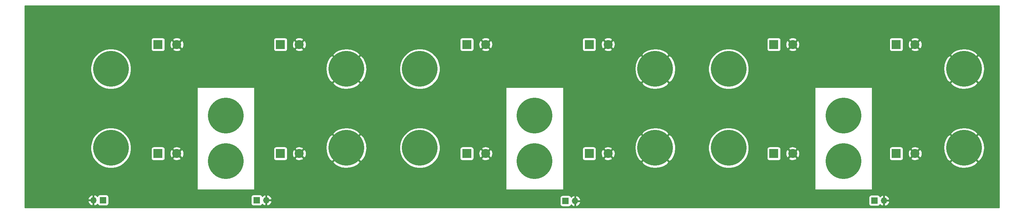
<source format=gbl>
G04 #@! TF.GenerationSoftware,KiCad,Pcbnew,(5.1.6)-1*
G04 #@! TF.CreationDate,2021-04-15T22:16:23+02:00*
G04 #@! TF.ProjectId,DCLink,44434c69-6e6b-42e6-9b69-6361645f7063,rev?*
G04 #@! TF.SameCoordinates,Original*
G04 #@! TF.FileFunction,Copper,L2,Bot*
G04 #@! TF.FilePolarity,Positive*
%FSLAX46Y46*%
G04 Gerber Fmt 4.6, Leading zero omitted, Abs format (unit mm)*
G04 Created by KiCad (PCBNEW (5.1.6)-1) date 2021-04-15 22:16:23*
%MOMM*%
%LPD*%
G01*
G04 APERTURE LIST*
G04 #@! TA.AperFunction,ComponentPad*
%ADD10O,1.700000X1.700000*%
G04 #@! TD*
G04 #@! TA.AperFunction,ComponentPad*
%ADD11R,1.700000X1.700000*%
G04 #@! TD*
G04 #@! TA.AperFunction,ComponentPad*
%ADD12C,2.400000*%
G04 #@! TD*
G04 #@! TA.AperFunction,ComponentPad*
%ADD13R,2.400000X2.400000*%
G04 #@! TD*
G04 #@! TA.AperFunction,ComponentPad*
%ADD14C,9.500000*%
G04 #@! TD*
G04 #@! TA.AperFunction,ViaPad*
%ADD15C,0.800000*%
G04 #@! TD*
G04 #@! TA.AperFunction,Conductor*
%ADD16C,0.254000*%
G04 #@! TD*
G04 APERTURE END LIST*
D10*
X84740000Y-72400000D03*
D11*
X82200000Y-72400000D03*
D12*
X61000000Y-31000000D03*
D13*
X56000000Y-31000000D03*
X56000000Y-60000000D03*
D12*
X61000000Y-60000000D03*
D13*
X88500000Y-31000000D03*
D12*
X93500000Y-31000000D03*
X93500000Y-60000000D03*
D13*
X88500000Y-60000000D03*
X138000000Y-31000000D03*
D12*
X143000000Y-31000000D03*
X143000000Y-60000000D03*
D13*
X138000000Y-60000000D03*
X170500000Y-31000000D03*
D12*
X175500000Y-31000000D03*
X175500000Y-60000000D03*
D13*
X170500000Y-60000000D03*
X219500000Y-31000000D03*
D12*
X224500000Y-31000000D03*
X224500000Y-60000000D03*
D13*
X219500000Y-60000000D03*
X252000000Y-31000000D03*
D12*
X257000000Y-31000000D03*
X257000000Y-60000000D03*
D13*
X252000000Y-60000000D03*
D11*
X164200000Y-72600000D03*
D10*
X166740000Y-72600000D03*
D14*
X43500000Y-37500000D03*
X43500000Y-58500000D03*
X125500000Y-37500000D03*
X125500000Y-58500000D03*
X207500000Y-58500000D03*
X207500000Y-37500000D03*
X74000000Y-49900000D03*
X156000000Y-49900000D03*
X238000000Y-49900000D03*
X74000000Y-62000000D03*
X156000000Y-62000000D03*
X238000000Y-62000000D03*
X106000000Y-37500000D03*
X106000000Y-58500000D03*
X188000000Y-37500000D03*
X188000000Y-58500000D03*
X270000000Y-58500000D03*
X270000000Y-37500000D03*
D11*
X246200000Y-72500000D03*
D10*
X248740000Y-72500000D03*
X38860000Y-72400000D03*
D11*
X41400000Y-72400000D03*
D15*
X25500000Y-71500000D03*
X27000000Y-71500000D03*
X28500000Y-71500000D03*
X30000000Y-71500000D03*
X31500000Y-71500000D03*
X31500000Y-70000000D03*
X30000000Y-70000000D03*
X28500000Y-70000000D03*
X27000000Y-70000000D03*
X25500000Y-70000000D03*
X24000000Y-70000000D03*
X24000000Y-68500000D03*
X25500000Y-68500000D03*
X27000000Y-68500000D03*
X28500000Y-68500000D03*
X30000000Y-68500000D03*
X31500000Y-68500000D03*
X31500000Y-67000000D03*
X30000000Y-67000000D03*
X28500000Y-67000000D03*
X27000000Y-67000000D03*
X25500000Y-67000000D03*
X24000000Y-67000000D03*
X24000000Y-65500000D03*
X25500000Y-65500000D03*
X27000000Y-65500000D03*
X28500000Y-65500000D03*
X30000000Y-65500000D03*
X31500000Y-65500000D03*
X30000000Y-64000000D03*
X28500000Y-64000000D03*
X27000000Y-64000000D03*
X25500000Y-64000000D03*
X25500000Y-59500000D03*
X27000000Y-59500000D03*
X28500000Y-59500000D03*
X30000000Y-59500000D03*
X31500000Y-59500000D03*
X31500000Y-58000000D03*
X30000000Y-58000000D03*
X28500000Y-58000000D03*
X27000000Y-58000000D03*
X25500000Y-58000000D03*
X24000000Y-58000000D03*
X24000000Y-56500000D03*
X25500000Y-56500000D03*
X27000000Y-56500000D03*
X28500000Y-56500000D03*
X30000000Y-56500000D03*
X31500000Y-56500000D03*
X31500000Y-55000000D03*
X30000000Y-55000000D03*
X28500000Y-55000000D03*
X27000000Y-55000000D03*
X25500000Y-55000000D03*
X24000000Y-55000000D03*
X24000000Y-53500000D03*
X25500000Y-53500000D03*
X27000000Y-53500000D03*
X28500000Y-53500000D03*
X30000000Y-53500000D03*
X31500000Y-53500000D03*
X30000000Y-52000000D03*
X28500000Y-52000000D03*
X27000000Y-52000000D03*
X25500000Y-52000000D03*
X21000000Y-49000000D03*
X22500000Y-49000000D03*
X24000000Y-49000000D03*
X25500000Y-49000000D03*
X27000000Y-49000000D03*
X28500000Y-49000000D03*
X30000000Y-49000000D03*
X31500000Y-49000000D03*
X33000000Y-49000000D03*
X34500000Y-49000000D03*
X34500000Y-50500000D03*
X33000000Y-50500000D03*
X31500000Y-50500000D03*
X30000000Y-50500000D03*
X28500000Y-50500000D03*
X27000000Y-50500000D03*
X25500000Y-50500000D03*
X24000000Y-50500000D03*
X22500000Y-50500000D03*
X21000000Y-50500000D03*
X21000000Y-52000000D03*
X22500000Y-52000000D03*
X24000000Y-52000000D03*
X31500000Y-52000000D03*
X33000000Y-52000000D03*
X34500000Y-52000000D03*
X34500000Y-53500000D03*
X33000000Y-53500000D03*
X22500000Y-53500000D03*
X21000000Y-53500000D03*
X21000000Y-55000000D03*
X22500000Y-55000000D03*
X33000000Y-55000000D03*
X34500000Y-55000000D03*
X34500000Y-56500000D03*
X33000000Y-56500000D03*
X22500000Y-56500000D03*
X21000000Y-56500000D03*
X21000000Y-58000000D03*
X22500000Y-58000000D03*
X33000000Y-58000000D03*
X34500000Y-58000000D03*
X34500000Y-59500000D03*
X33000000Y-59500000D03*
X24000000Y-59500000D03*
X22500000Y-59500000D03*
X21000000Y-59500000D03*
X21000000Y-61000000D03*
X22500000Y-61000000D03*
X24000000Y-61000000D03*
X25500000Y-61000000D03*
X27000000Y-61000000D03*
X28500000Y-61000000D03*
X30000000Y-61000000D03*
X31500000Y-61000000D03*
X33000000Y-61000000D03*
X34500000Y-61000000D03*
X34500000Y-62500000D03*
X33000000Y-62500000D03*
X31500000Y-62500000D03*
X30000000Y-62500000D03*
X28500000Y-62500000D03*
X27000000Y-62500000D03*
X25500000Y-62500000D03*
X24000000Y-62500000D03*
X22500000Y-62500000D03*
X21000000Y-62500000D03*
X21000000Y-64000000D03*
X22500000Y-64000000D03*
X24000000Y-64000000D03*
X31500000Y-64000000D03*
X31500000Y-64000000D03*
X33000000Y-64000000D03*
X34500000Y-64000000D03*
X34500000Y-65500000D03*
X33000000Y-65500000D03*
X22500000Y-65500000D03*
X21000000Y-65500000D03*
X21000000Y-67000000D03*
X22500000Y-67000000D03*
X33000000Y-67000000D03*
X34500000Y-67000000D03*
X34500000Y-68500000D03*
X33000000Y-68500000D03*
X22500000Y-68500000D03*
X21000000Y-68500000D03*
X21000000Y-70000000D03*
X22500000Y-70000000D03*
X33000000Y-70000000D03*
X34500000Y-70000000D03*
X34500000Y-71500000D03*
X33000000Y-71500000D03*
X24000000Y-71500000D03*
X22500000Y-71500000D03*
X21000000Y-71500000D03*
X21000000Y-73000000D03*
X22500000Y-73000000D03*
X24000000Y-73000000D03*
X25500000Y-73000000D03*
X27000000Y-73000000D03*
X28500000Y-73000000D03*
X30000000Y-73000000D03*
X31500000Y-73000000D03*
X33000000Y-73000000D03*
X34500000Y-73000000D03*
D16*
G36*
X279340001Y-74340000D02*
G01*
X20660000Y-74340000D01*
X20660000Y-72756891D01*
X37418519Y-72756891D01*
X37515843Y-73031252D01*
X37664822Y-73281355D01*
X37859731Y-73497588D01*
X38093080Y-73671641D01*
X38355901Y-73796825D01*
X38503110Y-73841476D01*
X38733000Y-73720155D01*
X38733000Y-72527000D01*
X37539186Y-72527000D01*
X37418519Y-72756891D01*
X20660000Y-72756891D01*
X20660000Y-72043109D01*
X37418519Y-72043109D01*
X37539186Y-72273000D01*
X38733000Y-72273000D01*
X38733000Y-71079845D01*
X38987000Y-71079845D01*
X38987000Y-72273000D01*
X39007000Y-72273000D01*
X39007000Y-72527000D01*
X38987000Y-72527000D01*
X38987000Y-73720155D01*
X39216890Y-73841476D01*
X39364099Y-73796825D01*
X39626920Y-73671641D01*
X39860269Y-73497588D01*
X39936034Y-73413534D01*
X39960498Y-73494180D01*
X40019463Y-73604494D01*
X40098815Y-73701185D01*
X40195506Y-73780537D01*
X40305820Y-73839502D01*
X40425518Y-73875812D01*
X40550000Y-73888072D01*
X42250000Y-73888072D01*
X42374482Y-73875812D01*
X42494180Y-73839502D01*
X42604494Y-73780537D01*
X42701185Y-73701185D01*
X42780537Y-73604494D01*
X42839502Y-73494180D01*
X42875812Y-73374482D01*
X42888072Y-73250000D01*
X42888072Y-71550000D01*
X80711928Y-71550000D01*
X80711928Y-73250000D01*
X80724188Y-73374482D01*
X80760498Y-73494180D01*
X80819463Y-73604494D01*
X80898815Y-73701185D01*
X80995506Y-73780537D01*
X81105820Y-73839502D01*
X81225518Y-73875812D01*
X81350000Y-73888072D01*
X83050000Y-73888072D01*
X83174482Y-73875812D01*
X83294180Y-73839502D01*
X83404494Y-73780537D01*
X83501185Y-73701185D01*
X83580537Y-73604494D01*
X83639502Y-73494180D01*
X83663966Y-73413534D01*
X83739731Y-73497588D01*
X83973080Y-73671641D01*
X84235901Y-73796825D01*
X84383110Y-73841476D01*
X84613000Y-73720155D01*
X84613000Y-72527000D01*
X84867000Y-72527000D01*
X84867000Y-73720155D01*
X85096890Y-73841476D01*
X85244099Y-73796825D01*
X85506920Y-73671641D01*
X85740269Y-73497588D01*
X85935178Y-73281355D01*
X86084157Y-73031252D01*
X86181481Y-72756891D01*
X86060814Y-72527000D01*
X84867000Y-72527000D01*
X84613000Y-72527000D01*
X84593000Y-72527000D01*
X84593000Y-72273000D01*
X84613000Y-72273000D01*
X84613000Y-71079845D01*
X84867000Y-71079845D01*
X84867000Y-72273000D01*
X86060814Y-72273000D01*
X86181481Y-72043109D01*
X86084157Y-71768748D01*
X86072990Y-71750000D01*
X162711928Y-71750000D01*
X162711928Y-73450000D01*
X162724188Y-73574482D01*
X162760498Y-73694180D01*
X162819463Y-73804494D01*
X162898815Y-73901185D01*
X162995506Y-73980537D01*
X163105820Y-74039502D01*
X163225518Y-74075812D01*
X163350000Y-74088072D01*
X165050000Y-74088072D01*
X165174482Y-74075812D01*
X165294180Y-74039502D01*
X165404494Y-73980537D01*
X165501185Y-73901185D01*
X165580537Y-73804494D01*
X165639502Y-73694180D01*
X165663966Y-73613534D01*
X165739731Y-73697588D01*
X165973080Y-73871641D01*
X166235901Y-73996825D01*
X166383110Y-74041476D01*
X166613000Y-73920155D01*
X166613000Y-72727000D01*
X166867000Y-72727000D01*
X166867000Y-73920155D01*
X167096890Y-74041476D01*
X167244099Y-73996825D01*
X167506920Y-73871641D01*
X167740269Y-73697588D01*
X167935178Y-73481355D01*
X168084157Y-73231252D01*
X168181481Y-72956891D01*
X168060814Y-72727000D01*
X166867000Y-72727000D01*
X166613000Y-72727000D01*
X166593000Y-72727000D01*
X166593000Y-72473000D01*
X166613000Y-72473000D01*
X166613000Y-71279845D01*
X166867000Y-71279845D01*
X166867000Y-72473000D01*
X168060814Y-72473000D01*
X168181481Y-72243109D01*
X168084157Y-71968748D01*
X167935178Y-71718645D01*
X167873303Y-71650000D01*
X244711928Y-71650000D01*
X244711928Y-73350000D01*
X244724188Y-73474482D01*
X244760498Y-73594180D01*
X244819463Y-73704494D01*
X244898815Y-73801185D01*
X244995506Y-73880537D01*
X245105820Y-73939502D01*
X245225518Y-73975812D01*
X245350000Y-73988072D01*
X247050000Y-73988072D01*
X247174482Y-73975812D01*
X247294180Y-73939502D01*
X247404494Y-73880537D01*
X247501185Y-73801185D01*
X247580537Y-73704494D01*
X247639502Y-73594180D01*
X247663966Y-73513534D01*
X247739731Y-73597588D01*
X247973080Y-73771641D01*
X248235901Y-73896825D01*
X248383110Y-73941476D01*
X248613000Y-73820155D01*
X248613000Y-72627000D01*
X248867000Y-72627000D01*
X248867000Y-73820155D01*
X249096890Y-73941476D01*
X249244099Y-73896825D01*
X249506920Y-73771641D01*
X249740269Y-73597588D01*
X249935178Y-73381355D01*
X250084157Y-73131252D01*
X250181481Y-72856891D01*
X250060814Y-72627000D01*
X248867000Y-72627000D01*
X248613000Y-72627000D01*
X248593000Y-72627000D01*
X248593000Y-72373000D01*
X248613000Y-72373000D01*
X248613000Y-71179845D01*
X248867000Y-71179845D01*
X248867000Y-72373000D01*
X250060814Y-72373000D01*
X250181481Y-72143109D01*
X250084157Y-71868748D01*
X249935178Y-71618645D01*
X249740269Y-71402412D01*
X249506920Y-71228359D01*
X249244099Y-71103175D01*
X249096890Y-71058524D01*
X248867000Y-71179845D01*
X248613000Y-71179845D01*
X248383110Y-71058524D01*
X248235901Y-71103175D01*
X247973080Y-71228359D01*
X247739731Y-71402412D01*
X247663966Y-71486466D01*
X247639502Y-71405820D01*
X247580537Y-71295506D01*
X247501185Y-71198815D01*
X247404494Y-71119463D01*
X247294180Y-71060498D01*
X247174482Y-71024188D01*
X247050000Y-71011928D01*
X245350000Y-71011928D01*
X245225518Y-71024188D01*
X245105820Y-71060498D01*
X244995506Y-71119463D01*
X244898815Y-71198815D01*
X244819463Y-71295506D01*
X244760498Y-71405820D01*
X244724188Y-71525518D01*
X244711928Y-71650000D01*
X167873303Y-71650000D01*
X167740269Y-71502412D01*
X167506920Y-71328359D01*
X167244099Y-71203175D01*
X167096890Y-71158524D01*
X166867000Y-71279845D01*
X166613000Y-71279845D01*
X166383110Y-71158524D01*
X166235901Y-71203175D01*
X165973080Y-71328359D01*
X165739731Y-71502412D01*
X165663966Y-71586466D01*
X165639502Y-71505820D01*
X165580537Y-71395506D01*
X165501185Y-71298815D01*
X165404494Y-71219463D01*
X165294180Y-71160498D01*
X165174482Y-71124188D01*
X165050000Y-71111928D01*
X163350000Y-71111928D01*
X163225518Y-71124188D01*
X163105820Y-71160498D01*
X162995506Y-71219463D01*
X162898815Y-71298815D01*
X162819463Y-71395506D01*
X162760498Y-71505820D01*
X162724188Y-71625518D01*
X162711928Y-71750000D01*
X86072990Y-71750000D01*
X85935178Y-71518645D01*
X85740269Y-71302412D01*
X85506920Y-71128359D01*
X85244099Y-71003175D01*
X85096890Y-70958524D01*
X84867000Y-71079845D01*
X84613000Y-71079845D01*
X84383110Y-70958524D01*
X84235901Y-71003175D01*
X83973080Y-71128359D01*
X83739731Y-71302412D01*
X83663966Y-71386466D01*
X83639502Y-71305820D01*
X83580537Y-71195506D01*
X83501185Y-71098815D01*
X83404494Y-71019463D01*
X83294180Y-70960498D01*
X83174482Y-70924188D01*
X83050000Y-70911928D01*
X81350000Y-70911928D01*
X81225518Y-70924188D01*
X81105820Y-70960498D01*
X80995506Y-71019463D01*
X80898815Y-71098815D01*
X80819463Y-71195506D01*
X80760498Y-71305820D01*
X80724188Y-71425518D01*
X80711928Y-71550000D01*
X42888072Y-71550000D01*
X42875812Y-71425518D01*
X42839502Y-71305820D01*
X42780537Y-71195506D01*
X42701185Y-71098815D01*
X42604494Y-71019463D01*
X42494180Y-70960498D01*
X42374482Y-70924188D01*
X42250000Y-70911928D01*
X40550000Y-70911928D01*
X40425518Y-70924188D01*
X40305820Y-70960498D01*
X40195506Y-71019463D01*
X40098815Y-71098815D01*
X40019463Y-71195506D01*
X39960498Y-71305820D01*
X39936034Y-71386466D01*
X39860269Y-71302412D01*
X39626920Y-71128359D01*
X39364099Y-71003175D01*
X39216890Y-70958524D01*
X38987000Y-71079845D01*
X38733000Y-71079845D01*
X38503110Y-70958524D01*
X38355901Y-71003175D01*
X38093080Y-71128359D01*
X37859731Y-71302412D01*
X37664822Y-71518645D01*
X37515843Y-71768748D01*
X37418519Y-72043109D01*
X20660000Y-72043109D01*
X20660000Y-57969624D01*
X38115000Y-57969624D01*
X38115000Y-59030376D01*
X38321942Y-60070747D01*
X38727875Y-61050754D01*
X39317197Y-61932738D01*
X40067262Y-62682803D01*
X40949246Y-63272125D01*
X41929253Y-63678058D01*
X42969624Y-63885000D01*
X44030376Y-63885000D01*
X45070747Y-63678058D01*
X46050754Y-63272125D01*
X46932738Y-62682803D01*
X47682803Y-61932738D01*
X48272125Y-61050754D01*
X48678058Y-60070747D01*
X48885000Y-59030376D01*
X48885000Y-58800000D01*
X54161928Y-58800000D01*
X54161928Y-61200000D01*
X54174188Y-61324482D01*
X54210498Y-61444180D01*
X54269463Y-61554494D01*
X54348815Y-61651185D01*
X54445506Y-61730537D01*
X54555820Y-61789502D01*
X54675518Y-61825812D01*
X54800000Y-61838072D01*
X57200000Y-61838072D01*
X57324482Y-61825812D01*
X57444180Y-61789502D01*
X57554494Y-61730537D01*
X57651185Y-61651185D01*
X57730537Y-61554494D01*
X57789502Y-61444180D01*
X57825812Y-61324482D01*
X57830391Y-61277980D01*
X59901626Y-61277980D01*
X60021514Y-61562836D01*
X60345210Y-61723699D01*
X60694069Y-61818322D01*
X61054684Y-61843067D01*
X61413198Y-61796985D01*
X61755833Y-61681846D01*
X61978486Y-61562836D01*
X62098374Y-61277980D01*
X61000000Y-60179605D01*
X59901626Y-61277980D01*
X57830391Y-61277980D01*
X57838072Y-61200000D01*
X57838072Y-60054684D01*
X59156933Y-60054684D01*
X59203015Y-60413198D01*
X59318154Y-60755833D01*
X59437164Y-60978486D01*
X59722020Y-61098374D01*
X60820395Y-60000000D01*
X61179605Y-60000000D01*
X62277980Y-61098374D01*
X62562836Y-60978486D01*
X62723699Y-60654790D01*
X62818322Y-60305931D01*
X62843067Y-59945316D01*
X62796985Y-59586802D01*
X62681846Y-59244167D01*
X62562836Y-59021514D01*
X62277980Y-58901626D01*
X61179605Y-60000000D01*
X60820395Y-60000000D01*
X59722020Y-58901626D01*
X59437164Y-59021514D01*
X59276301Y-59345210D01*
X59181678Y-59694069D01*
X59156933Y-60054684D01*
X57838072Y-60054684D01*
X57838072Y-58800000D01*
X57830392Y-58722020D01*
X59901626Y-58722020D01*
X61000000Y-59820395D01*
X62098374Y-58722020D01*
X61978486Y-58437164D01*
X61654790Y-58276301D01*
X61305931Y-58181678D01*
X60945316Y-58156933D01*
X60586802Y-58203015D01*
X60244167Y-58318154D01*
X60021514Y-58437164D01*
X59901626Y-58722020D01*
X57830392Y-58722020D01*
X57825812Y-58675518D01*
X57789502Y-58555820D01*
X57730537Y-58445506D01*
X57651185Y-58348815D01*
X57554494Y-58269463D01*
X57444180Y-58210498D01*
X57324482Y-58174188D01*
X57200000Y-58161928D01*
X54800000Y-58161928D01*
X54675518Y-58174188D01*
X54555820Y-58210498D01*
X54445506Y-58269463D01*
X54348815Y-58348815D01*
X54269463Y-58445506D01*
X54210498Y-58555820D01*
X54174188Y-58675518D01*
X54161928Y-58800000D01*
X48885000Y-58800000D01*
X48885000Y-57969624D01*
X48678058Y-56929253D01*
X48272125Y-55949246D01*
X47682803Y-55067262D01*
X46932738Y-54317197D01*
X46050754Y-53727875D01*
X45070747Y-53321942D01*
X44030376Y-53115000D01*
X42969624Y-53115000D01*
X41929253Y-53321942D01*
X40949246Y-53727875D01*
X40067262Y-54317197D01*
X39317197Y-55067262D01*
X38727875Y-55949246D01*
X38321942Y-56929253D01*
X38115000Y-57969624D01*
X20660000Y-57969624D01*
X20660000Y-36969624D01*
X38115000Y-36969624D01*
X38115000Y-38030376D01*
X38321942Y-39070747D01*
X38727875Y-40050754D01*
X39317197Y-40932738D01*
X40067262Y-41682803D01*
X40949246Y-42272125D01*
X41929253Y-42678058D01*
X42969624Y-42885000D01*
X44030376Y-42885000D01*
X45070747Y-42678058D01*
X45500616Y-42500000D01*
X66373000Y-42500000D01*
X66373000Y-69500000D01*
X66375440Y-69524776D01*
X66382667Y-69548601D01*
X66394403Y-69570557D01*
X66410197Y-69589803D01*
X66429443Y-69605597D01*
X66451399Y-69617333D01*
X66475224Y-69624560D01*
X66500000Y-69627000D01*
X81500000Y-69627000D01*
X81524776Y-69624560D01*
X81548601Y-69617333D01*
X81570557Y-69605597D01*
X81589803Y-69589803D01*
X81605597Y-69570557D01*
X81617333Y-69548601D01*
X81624560Y-69524776D01*
X81627000Y-69500000D01*
X81627000Y-62302658D01*
X102376947Y-62302658D01*
X102923083Y-62951079D01*
X103850567Y-63465829D01*
X104860653Y-63789746D01*
X105914523Y-63910380D01*
X106971678Y-63823097D01*
X107991492Y-63531251D01*
X108934775Y-63046056D01*
X109076917Y-62951079D01*
X109623053Y-62302658D01*
X106000000Y-58679605D01*
X102376947Y-62302658D01*
X81627000Y-62302658D01*
X81627000Y-58800000D01*
X86661928Y-58800000D01*
X86661928Y-61200000D01*
X86674188Y-61324482D01*
X86710498Y-61444180D01*
X86769463Y-61554494D01*
X86848815Y-61651185D01*
X86945506Y-61730537D01*
X87055820Y-61789502D01*
X87175518Y-61825812D01*
X87300000Y-61838072D01*
X89700000Y-61838072D01*
X89824482Y-61825812D01*
X89944180Y-61789502D01*
X90054494Y-61730537D01*
X90151185Y-61651185D01*
X90230537Y-61554494D01*
X90289502Y-61444180D01*
X90325812Y-61324482D01*
X90330391Y-61277980D01*
X92401626Y-61277980D01*
X92521514Y-61562836D01*
X92845210Y-61723699D01*
X93194069Y-61818322D01*
X93554684Y-61843067D01*
X93913198Y-61796985D01*
X94255833Y-61681846D01*
X94478486Y-61562836D01*
X94598374Y-61277980D01*
X93500000Y-60179605D01*
X92401626Y-61277980D01*
X90330391Y-61277980D01*
X90338072Y-61200000D01*
X90338072Y-60054684D01*
X91656933Y-60054684D01*
X91703015Y-60413198D01*
X91818154Y-60755833D01*
X91937164Y-60978486D01*
X92222020Y-61098374D01*
X93320395Y-60000000D01*
X93679605Y-60000000D01*
X94777980Y-61098374D01*
X95062836Y-60978486D01*
X95223699Y-60654790D01*
X95318322Y-60305931D01*
X95343067Y-59945316D01*
X95296985Y-59586802D01*
X95181846Y-59244167D01*
X95062836Y-59021514D01*
X94777980Y-58901626D01*
X93679605Y-60000000D01*
X93320395Y-60000000D01*
X92222020Y-58901626D01*
X91937164Y-59021514D01*
X91776301Y-59345210D01*
X91681678Y-59694069D01*
X91656933Y-60054684D01*
X90338072Y-60054684D01*
X90338072Y-58800000D01*
X90330392Y-58722020D01*
X92401626Y-58722020D01*
X93500000Y-59820395D01*
X94598374Y-58722020D01*
X94478486Y-58437164D01*
X94432927Y-58414523D01*
X100589620Y-58414523D01*
X100676903Y-59471678D01*
X100968749Y-60491492D01*
X101453944Y-61434775D01*
X101548921Y-61576917D01*
X102197342Y-62123053D01*
X105820395Y-58500000D01*
X106179605Y-58500000D01*
X109802658Y-62123053D01*
X110451079Y-61576917D01*
X110965829Y-60649433D01*
X111289746Y-59639347D01*
X111410380Y-58585477D01*
X111359533Y-57969624D01*
X120115000Y-57969624D01*
X120115000Y-59030376D01*
X120321942Y-60070747D01*
X120727875Y-61050754D01*
X121317197Y-61932738D01*
X122067262Y-62682803D01*
X122949246Y-63272125D01*
X123929253Y-63678058D01*
X124969624Y-63885000D01*
X126030376Y-63885000D01*
X127070747Y-63678058D01*
X128050754Y-63272125D01*
X128932738Y-62682803D01*
X129682803Y-61932738D01*
X130272125Y-61050754D01*
X130678058Y-60070747D01*
X130885000Y-59030376D01*
X130885000Y-58800000D01*
X136161928Y-58800000D01*
X136161928Y-61200000D01*
X136174188Y-61324482D01*
X136210498Y-61444180D01*
X136269463Y-61554494D01*
X136348815Y-61651185D01*
X136445506Y-61730537D01*
X136555820Y-61789502D01*
X136675518Y-61825812D01*
X136800000Y-61838072D01*
X139200000Y-61838072D01*
X139324482Y-61825812D01*
X139444180Y-61789502D01*
X139554494Y-61730537D01*
X139651185Y-61651185D01*
X139730537Y-61554494D01*
X139789502Y-61444180D01*
X139825812Y-61324482D01*
X139830391Y-61277980D01*
X141901626Y-61277980D01*
X142021514Y-61562836D01*
X142345210Y-61723699D01*
X142694069Y-61818322D01*
X143054684Y-61843067D01*
X143413198Y-61796985D01*
X143755833Y-61681846D01*
X143978486Y-61562836D01*
X144098374Y-61277980D01*
X143000000Y-60179605D01*
X141901626Y-61277980D01*
X139830391Y-61277980D01*
X139838072Y-61200000D01*
X139838072Y-60054684D01*
X141156933Y-60054684D01*
X141203015Y-60413198D01*
X141318154Y-60755833D01*
X141437164Y-60978486D01*
X141722020Y-61098374D01*
X142820395Y-60000000D01*
X143179605Y-60000000D01*
X144277980Y-61098374D01*
X144562836Y-60978486D01*
X144723699Y-60654790D01*
X144818322Y-60305931D01*
X144843067Y-59945316D01*
X144796985Y-59586802D01*
X144681846Y-59244167D01*
X144562836Y-59021514D01*
X144277980Y-58901626D01*
X143179605Y-60000000D01*
X142820395Y-60000000D01*
X141722020Y-58901626D01*
X141437164Y-59021514D01*
X141276301Y-59345210D01*
X141181678Y-59694069D01*
X141156933Y-60054684D01*
X139838072Y-60054684D01*
X139838072Y-58800000D01*
X139830392Y-58722020D01*
X141901626Y-58722020D01*
X143000000Y-59820395D01*
X144098374Y-58722020D01*
X143978486Y-58437164D01*
X143654790Y-58276301D01*
X143305931Y-58181678D01*
X142945316Y-58156933D01*
X142586802Y-58203015D01*
X142244167Y-58318154D01*
X142021514Y-58437164D01*
X141901626Y-58722020D01*
X139830392Y-58722020D01*
X139825812Y-58675518D01*
X139789502Y-58555820D01*
X139730537Y-58445506D01*
X139651185Y-58348815D01*
X139554494Y-58269463D01*
X139444180Y-58210498D01*
X139324482Y-58174188D01*
X139200000Y-58161928D01*
X136800000Y-58161928D01*
X136675518Y-58174188D01*
X136555820Y-58210498D01*
X136445506Y-58269463D01*
X136348815Y-58348815D01*
X136269463Y-58445506D01*
X136210498Y-58555820D01*
X136174188Y-58675518D01*
X136161928Y-58800000D01*
X130885000Y-58800000D01*
X130885000Y-57969624D01*
X130678058Y-56929253D01*
X130272125Y-55949246D01*
X129682803Y-55067262D01*
X128932738Y-54317197D01*
X128050754Y-53727875D01*
X127070747Y-53321942D01*
X126030376Y-53115000D01*
X124969624Y-53115000D01*
X123929253Y-53321942D01*
X122949246Y-53727875D01*
X122067262Y-54317197D01*
X121317197Y-55067262D01*
X120727875Y-55949246D01*
X120321942Y-56929253D01*
X120115000Y-57969624D01*
X111359533Y-57969624D01*
X111323097Y-57528322D01*
X111031251Y-56508508D01*
X110546056Y-55565225D01*
X110451079Y-55423083D01*
X109802658Y-54876947D01*
X106179605Y-58500000D01*
X105820395Y-58500000D01*
X102197342Y-54876947D01*
X101548921Y-55423083D01*
X101034171Y-56350567D01*
X100710254Y-57360653D01*
X100589620Y-58414523D01*
X94432927Y-58414523D01*
X94154790Y-58276301D01*
X93805931Y-58181678D01*
X93445316Y-58156933D01*
X93086802Y-58203015D01*
X92744167Y-58318154D01*
X92521514Y-58437164D01*
X92401626Y-58722020D01*
X90330392Y-58722020D01*
X90325812Y-58675518D01*
X90289502Y-58555820D01*
X90230537Y-58445506D01*
X90151185Y-58348815D01*
X90054494Y-58269463D01*
X89944180Y-58210498D01*
X89824482Y-58174188D01*
X89700000Y-58161928D01*
X87300000Y-58161928D01*
X87175518Y-58174188D01*
X87055820Y-58210498D01*
X86945506Y-58269463D01*
X86848815Y-58348815D01*
X86769463Y-58445506D01*
X86710498Y-58555820D01*
X86674188Y-58675518D01*
X86661928Y-58800000D01*
X81627000Y-58800000D01*
X81627000Y-54697342D01*
X102376947Y-54697342D01*
X106000000Y-58320395D01*
X109623053Y-54697342D01*
X109076917Y-54048921D01*
X108149433Y-53534171D01*
X107139347Y-53210254D01*
X106085477Y-53089620D01*
X105028322Y-53176903D01*
X104008508Y-53468749D01*
X103065225Y-53953944D01*
X102923083Y-54048921D01*
X102376947Y-54697342D01*
X81627000Y-54697342D01*
X81627000Y-42500000D01*
X81624560Y-42475224D01*
X81617333Y-42451399D01*
X81605597Y-42429443D01*
X81589803Y-42410197D01*
X81570557Y-42394403D01*
X81548601Y-42382667D01*
X81524776Y-42375440D01*
X81500000Y-42373000D01*
X66500000Y-42373000D01*
X66475224Y-42375440D01*
X66451399Y-42382667D01*
X66429443Y-42394403D01*
X66410197Y-42410197D01*
X66394403Y-42429443D01*
X66382667Y-42451399D01*
X66375440Y-42475224D01*
X66373000Y-42500000D01*
X45500616Y-42500000D01*
X46050754Y-42272125D01*
X46932738Y-41682803D01*
X47312883Y-41302658D01*
X102376947Y-41302658D01*
X102923083Y-41951079D01*
X103850567Y-42465829D01*
X104860653Y-42789746D01*
X105914523Y-42910380D01*
X106971678Y-42823097D01*
X107991492Y-42531251D01*
X108934775Y-42046056D01*
X109076917Y-41951079D01*
X109623053Y-41302658D01*
X106000000Y-37679605D01*
X102376947Y-41302658D01*
X47312883Y-41302658D01*
X47682803Y-40932738D01*
X48272125Y-40050754D01*
X48678058Y-39070747D01*
X48885000Y-38030376D01*
X48885000Y-37414523D01*
X100589620Y-37414523D01*
X100676903Y-38471678D01*
X100968749Y-39491492D01*
X101453944Y-40434775D01*
X101548921Y-40576917D01*
X102197342Y-41123053D01*
X105820395Y-37500000D01*
X106179605Y-37500000D01*
X109802658Y-41123053D01*
X110451079Y-40576917D01*
X110965829Y-39649433D01*
X111289746Y-38639347D01*
X111410380Y-37585477D01*
X111359533Y-36969624D01*
X120115000Y-36969624D01*
X120115000Y-38030376D01*
X120321942Y-39070747D01*
X120727875Y-40050754D01*
X121317197Y-40932738D01*
X122067262Y-41682803D01*
X122949246Y-42272125D01*
X123929253Y-42678058D01*
X124969624Y-42885000D01*
X126030376Y-42885000D01*
X127070747Y-42678058D01*
X127500616Y-42500000D01*
X148373000Y-42500000D01*
X148373000Y-69500000D01*
X148375440Y-69524776D01*
X148382667Y-69548601D01*
X148394403Y-69570557D01*
X148410197Y-69589803D01*
X148429443Y-69605597D01*
X148451399Y-69617333D01*
X148475224Y-69624560D01*
X148500000Y-69627000D01*
X163500000Y-69627000D01*
X163524776Y-69624560D01*
X163548601Y-69617333D01*
X163570557Y-69605597D01*
X163589803Y-69589803D01*
X163605597Y-69570557D01*
X163617333Y-69548601D01*
X163624560Y-69524776D01*
X163627000Y-69500000D01*
X163627000Y-62302658D01*
X184376947Y-62302658D01*
X184923083Y-62951079D01*
X185850567Y-63465829D01*
X186860653Y-63789746D01*
X187914523Y-63910380D01*
X188971678Y-63823097D01*
X189991492Y-63531251D01*
X190934775Y-63046056D01*
X191076917Y-62951079D01*
X191623053Y-62302658D01*
X188000000Y-58679605D01*
X184376947Y-62302658D01*
X163627000Y-62302658D01*
X163627000Y-58800000D01*
X168661928Y-58800000D01*
X168661928Y-61200000D01*
X168674188Y-61324482D01*
X168710498Y-61444180D01*
X168769463Y-61554494D01*
X168848815Y-61651185D01*
X168945506Y-61730537D01*
X169055820Y-61789502D01*
X169175518Y-61825812D01*
X169300000Y-61838072D01*
X171700000Y-61838072D01*
X171824482Y-61825812D01*
X171944180Y-61789502D01*
X172054494Y-61730537D01*
X172151185Y-61651185D01*
X172230537Y-61554494D01*
X172289502Y-61444180D01*
X172325812Y-61324482D01*
X172330391Y-61277980D01*
X174401626Y-61277980D01*
X174521514Y-61562836D01*
X174845210Y-61723699D01*
X175194069Y-61818322D01*
X175554684Y-61843067D01*
X175913198Y-61796985D01*
X176255833Y-61681846D01*
X176478486Y-61562836D01*
X176598374Y-61277980D01*
X175500000Y-60179605D01*
X174401626Y-61277980D01*
X172330391Y-61277980D01*
X172338072Y-61200000D01*
X172338072Y-60054684D01*
X173656933Y-60054684D01*
X173703015Y-60413198D01*
X173818154Y-60755833D01*
X173937164Y-60978486D01*
X174222020Y-61098374D01*
X175320395Y-60000000D01*
X175679605Y-60000000D01*
X176777980Y-61098374D01*
X177062836Y-60978486D01*
X177223699Y-60654790D01*
X177318322Y-60305931D01*
X177343067Y-59945316D01*
X177296985Y-59586802D01*
X177181846Y-59244167D01*
X177062836Y-59021514D01*
X176777980Y-58901626D01*
X175679605Y-60000000D01*
X175320395Y-60000000D01*
X174222020Y-58901626D01*
X173937164Y-59021514D01*
X173776301Y-59345210D01*
X173681678Y-59694069D01*
X173656933Y-60054684D01*
X172338072Y-60054684D01*
X172338072Y-58800000D01*
X172330392Y-58722020D01*
X174401626Y-58722020D01*
X175500000Y-59820395D01*
X176598374Y-58722020D01*
X176478486Y-58437164D01*
X176432927Y-58414523D01*
X182589620Y-58414523D01*
X182676903Y-59471678D01*
X182968749Y-60491492D01*
X183453944Y-61434775D01*
X183548921Y-61576917D01*
X184197342Y-62123053D01*
X187820395Y-58500000D01*
X188179605Y-58500000D01*
X191802658Y-62123053D01*
X192451079Y-61576917D01*
X192965829Y-60649433D01*
X193289746Y-59639347D01*
X193410380Y-58585477D01*
X193359533Y-57969624D01*
X202115000Y-57969624D01*
X202115000Y-59030376D01*
X202321942Y-60070747D01*
X202727875Y-61050754D01*
X203317197Y-61932738D01*
X204067262Y-62682803D01*
X204949246Y-63272125D01*
X205929253Y-63678058D01*
X206969624Y-63885000D01*
X208030376Y-63885000D01*
X209070747Y-63678058D01*
X210050754Y-63272125D01*
X210932738Y-62682803D01*
X211682803Y-61932738D01*
X212272125Y-61050754D01*
X212678058Y-60070747D01*
X212885000Y-59030376D01*
X212885000Y-58800000D01*
X217661928Y-58800000D01*
X217661928Y-61200000D01*
X217674188Y-61324482D01*
X217710498Y-61444180D01*
X217769463Y-61554494D01*
X217848815Y-61651185D01*
X217945506Y-61730537D01*
X218055820Y-61789502D01*
X218175518Y-61825812D01*
X218300000Y-61838072D01*
X220700000Y-61838072D01*
X220824482Y-61825812D01*
X220944180Y-61789502D01*
X221054494Y-61730537D01*
X221151185Y-61651185D01*
X221230537Y-61554494D01*
X221289502Y-61444180D01*
X221325812Y-61324482D01*
X221330391Y-61277980D01*
X223401626Y-61277980D01*
X223521514Y-61562836D01*
X223845210Y-61723699D01*
X224194069Y-61818322D01*
X224554684Y-61843067D01*
X224913198Y-61796985D01*
X225255833Y-61681846D01*
X225478486Y-61562836D01*
X225598374Y-61277980D01*
X224500000Y-60179605D01*
X223401626Y-61277980D01*
X221330391Y-61277980D01*
X221338072Y-61200000D01*
X221338072Y-60054684D01*
X222656933Y-60054684D01*
X222703015Y-60413198D01*
X222818154Y-60755833D01*
X222937164Y-60978486D01*
X223222020Y-61098374D01*
X224320395Y-60000000D01*
X224679605Y-60000000D01*
X225777980Y-61098374D01*
X226062836Y-60978486D01*
X226223699Y-60654790D01*
X226318322Y-60305931D01*
X226343067Y-59945316D01*
X226296985Y-59586802D01*
X226181846Y-59244167D01*
X226062836Y-59021514D01*
X225777980Y-58901626D01*
X224679605Y-60000000D01*
X224320395Y-60000000D01*
X223222020Y-58901626D01*
X222937164Y-59021514D01*
X222776301Y-59345210D01*
X222681678Y-59694069D01*
X222656933Y-60054684D01*
X221338072Y-60054684D01*
X221338072Y-58800000D01*
X221330392Y-58722020D01*
X223401626Y-58722020D01*
X224500000Y-59820395D01*
X225598374Y-58722020D01*
X225478486Y-58437164D01*
X225154790Y-58276301D01*
X224805931Y-58181678D01*
X224445316Y-58156933D01*
X224086802Y-58203015D01*
X223744167Y-58318154D01*
X223521514Y-58437164D01*
X223401626Y-58722020D01*
X221330392Y-58722020D01*
X221325812Y-58675518D01*
X221289502Y-58555820D01*
X221230537Y-58445506D01*
X221151185Y-58348815D01*
X221054494Y-58269463D01*
X220944180Y-58210498D01*
X220824482Y-58174188D01*
X220700000Y-58161928D01*
X218300000Y-58161928D01*
X218175518Y-58174188D01*
X218055820Y-58210498D01*
X217945506Y-58269463D01*
X217848815Y-58348815D01*
X217769463Y-58445506D01*
X217710498Y-58555820D01*
X217674188Y-58675518D01*
X217661928Y-58800000D01*
X212885000Y-58800000D01*
X212885000Y-57969624D01*
X212678058Y-56929253D01*
X212272125Y-55949246D01*
X211682803Y-55067262D01*
X210932738Y-54317197D01*
X210050754Y-53727875D01*
X209070747Y-53321942D01*
X208030376Y-53115000D01*
X206969624Y-53115000D01*
X205929253Y-53321942D01*
X204949246Y-53727875D01*
X204067262Y-54317197D01*
X203317197Y-55067262D01*
X202727875Y-55949246D01*
X202321942Y-56929253D01*
X202115000Y-57969624D01*
X193359533Y-57969624D01*
X193323097Y-57528322D01*
X193031251Y-56508508D01*
X192546056Y-55565225D01*
X192451079Y-55423083D01*
X191802658Y-54876947D01*
X188179605Y-58500000D01*
X187820395Y-58500000D01*
X184197342Y-54876947D01*
X183548921Y-55423083D01*
X183034171Y-56350567D01*
X182710254Y-57360653D01*
X182589620Y-58414523D01*
X176432927Y-58414523D01*
X176154790Y-58276301D01*
X175805931Y-58181678D01*
X175445316Y-58156933D01*
X175086802Y-58203015D01*
X174744167Y-58318154D01*
X174521514Y-58437164D01*
X174401626Y-58722020D01*
X172330392Y-58722020D01*
X172325812Y-58675518D01*
X172289502Y-58555820D01*
X172230537Y-58445506D01*
X172151185Y-58348815D01*
X172054494Y-58269463D01*
X171944180Y-58210498D01*
X171824482Y-58174188D01*
X171700000Y-58161928D01*
X169300000Y-58161928D01*
X169175518Y-58174188D01*
X169055820Y-58210498D01*
X168945506Y-58269463D01*
X168848815Y-58348815D01*
X168769463Y-58445506D01*
X168710498Y-58555820D01*
X168674188Y-58675518D01*
X168661928Y-58800000D01*
X163627000Y-58800000D01*
X163627000Y-54697342D01*
X184376947Y-54697342D01*
X188000000Y-58320395D01*
X191623053Y-54697342D01*
X191076917Y-54048921D01*
X190149433Y-53534171D01*
X189139347Y-53210254D01*
X188085477Y-53089620D01*
X187028322Y-53176903D01*
X186008508Y-53468749D01*
X185065225Y-53953944D01*
X184923083Y-54048921D01*
X184376947Y-54697342D01*
X163627000Y-54697342D01*
X163627000Y-42500000D01*
X163624560Y-42475224D01*
X163617333Y-42451399D01*
X163605597Y-42429443D01*
X163589803Y-42410197D01*
X163570557Y-42394403D01*
X163548601Y-42382667D01*
X163524776Y-42375440D01*
X163500000Y-42373000D01*
X148500000Y-42373000D01*
X148475224Y-42375440D01*
X148451399Y-42382667D01*
X148429443Y-42394403D01*
X148410197Y-42410197D01*
X148394403Y-42429443D01*
X148382667Y-42451399D01*
X148375440Y-42475224D01*
X148373000Y-42500000D01*
X127500616Y-42500000D01*
X128050754Y-42272125D01*
X128932738Y-41682803D01*
X129312883Y-41302658D01*
X184376947Y-41302658D01*
X184923083Y-41951079D01*
X185850567Y-42465829D01*
X186860653Y-42789746D01*
X187914523Y-42910380D01*
X188971678Y-42823097D01*
X189991492Y-42531251D01*
X190934775Y-42046056D01*
X191076917Y-41951079D01*
X191623053Y-41302658D01*
X188000000Y-37679605D01*
X184376947Y-41302658D01*
X129312883Y-41302658D01*
X129682803Y-40932738D01*
X130272125Y-40050754D01*
X130678058Y-39070747D01*
X130885000Y-38030376D01*
X130885000Y-37414523D01*
X182589620Y-37414523D01*
X182676903Y-38471678D01*
X182968749Y-39491492D01*
X183453944Y-40434775D01*
X183548921Y-40576917D01*
X184197342Y-41123053D01*
X187820395Y-37500000D01*
X188179605Y-37500000D01*
X191802658Y-41123053D01*
X192451079Y-40576917D01*
X192965829Y-39649433D01*
X193289746Y-38639347D01*
X193410380Y-37585477D01*
X193359533Y-36969624D01*
X202115000Y-36969624D01*
X202115000Y-38030376D01*
X202321942Y-39070747D01*
X202727875Y-40050754D01*
X203317197Y-40932738D01*
X204067262Y-41682803D01*
X204949246Y-42272125D01*
X205929253Y-42678058D01*
X206969624Y-42885000D01*
X208030376Y-42885000D01*
X209070747Y-42678058D01*
X209500616Y-42500000D01*
X230373000Y-42500000D01*
X230373000Y-69500000D01*
X230375440Y-69524776D01*
X230382667Y-69548601D01*
X230394403Y-69570557D01*
X230410197Y-69589803D01*
X230429443Y-69605597D01*
X230451399Y-69617333D01*
X230475224Y-69624560D01*
X230500000Y-69627000D01*
X245500000Y-69627000D01*
X245524776Y-69624560D01*
X245548601Y-69617333D01*
X245570557Y-69605597D01*
X245589803Y-69589803D01*
X245605597Y-69570557D01*
X245617333Y-69548601D01*
X245624560Y-69524776D01*
X245627000Y-69500000D01*
X245627000Y-62302658D01*
X266376947Y-62302658D01*
X266923083Y-62951079D01*
X267850567Y-63465829D01*
X268860653Y-63789746D01*
X269914523Y-63910380D01*
X270971678Y-63823097D01*
X271991492Y-63531251D01*
X272934775Y-63046056D01*
X273076917Y-62951079D01*
X273623053Y-62302658D01*
X270000000Y-58679605D01*
X266376947Y-62302658D01*
X245627000Y-62302658D01*
X245627000Y-58800000D01*
X250161928Y-58800000D01*
X250161928Y-61200000D01*
X250174188Y-61324482D01*
X250210498Y-61444180D01*
X250269463Y-61554494D01*
X250348815Y-61651185D01*
X250445506Y-61730537D01*
X250555820Y-61789502D01*
X250675518Y-61825812D01*
X250800000Y-61838072D01*
X253200000Y-61838072D01*
X253324482Y-61825812D01*
X253444180Y-61789502D01*
X253554494Y-61730537D01*
X253651185Y-61651185D01*
X253730537Y-61554494D01*
X253789502Y-61444180D01*
X253825812Y-61324482D01*
X253830391Y-61277980D01*
X255901626Y-61277980D01*
X256021514Y-61562836D01*
X256345210Y-61723699D01*
X256694069Y-61818322D01*
X257054684Y-61843067D01*
X257413198Y-61796985D01*
X257755833Y-61681846D01*
X257978486Y-61562836D01*
X258098374Y-61277980D01*
X257000000Y-60179605D01*
X255901626Y-61277980D01*
X253830391Y-61277980D01*
X253838072Y-61200000D01*
X253838072Y-60054684D01*
X255156933Y-60054684D01*
X255203015Y-60413198D01*
X255318154Y-60755833D01*
X255437164Y-60978486D01*
X255722020Y-61098374D01*
X256820395Y-60000000D01*
X257179605Y-60000000D01*
X258277980Y-61098374D01*
X258562836Y-60978486D01*
X258723699Y-60654790D01*
X258818322Y-60305931D01*
X258843067Y-59945316D01*
X258796985Y-59586802D01*
X258681846Y-59244167D01*
X258562836Y-59021514D01*
X258277980Y-58901626D01*
X257179605Y-60000000D01*
X256820395Y-60000000D01*
X255722020Y-58901626D01*
X255437164Y-59021514D01*
X255276301Y-59345210D01*
X255181678Y-59694069D01*
X255156933Y-60054684D01*
X253838072Y-60054684D01*
X253838072Y-58800000D01*
X253830392Y-58722020D01*
X255901626Y-58722020D01*
X257000000Y-59820395D01*
X258098374Y-58722020D01*
X257978486Y-58437164D01*
X257932927Y-58414523D01*
X264589620Y-58414523D01*
X264676903Y-59471678D01*
X264968749Y-60491492D01*
X265453944Y-61434775D01*
X265548921Y-61576917D01*
X266197342Y-62123053D01*
X269820395Y-58500000D01*
X270179605Y-58500000D01*
X273802658Y-62123053D01*
X274451079Y-61576917D01*
X274965829Y-60649433D01*
X275289746Y-59639347D01*
X275410380Y-58585477D01*
X275323097Y-57528322D01*
X275031251Y-56508508D01*
X274546056Y-55565225D01*
X274451079Y-55423083D01*
X273802658Y-54876947D01*
X270179605Y-58500000D01*
X269820395Y-58500000D01*
X266197342Y-54876947D01*
X265548921Y-55423083D01*
X265034171Y-56350567D01*
X264710254Y-57360653D01*
X264589620Y-58414523D01*
X257932927Y-58414523D01*
X257654790Y-58276301D01*
X257305931Y-58181678D01*
X256945316Y-58156933D01*
X256586802Y-58203015D01*
X256244167Y-58318154D01*
X256021514Y-58437164D01*
X255901626Y-58722020D01*
X253830392Y-58722020D01*
X253825812Y-58675518D01*
X253789502Y-58555820D01*
X253730537Y-58445506D01*
X253651185Y-58348815D01*
X253554494Y-58269463D01*
X253444180Y-58210498D01*
X253324482Y-58174188D01*
X253200000Y-58161928D01*
X250800000Y-58161928D01*
X250675518Y-58174188D01*
X250555820Y-58210498D01*
X250445506Y-58269463D01*
X250348815Y-58348815D01*
X250269463Y-58445506D01*
X250210498Y-58555820D01*
X250174188Y-58675518D01*
X250161928Y-58800000D01*
X245627000Y-58800000D01*
X245627000Y-54697342D01*
X266376947Y-54697342D01*
X270000000Y-58320395D01*
X273623053Y-54697342D01*
X273076917Y-54048921D01*
X272149433Y-53534171D01*
X271139347Y-53210254D01*
X270085477Y-53089620D01*
X269028322Y-53176903D01*
X268008508Y-53468749D01*
X267065225Y-53953944D01*
X266923083Y-54048921D01*
X266376947Y-54697342D01*
X245627000Y-54697342D01*
X245627000Y-42500000D01*
X245624560Y-42475224D01*
X245617333Y-42451399D01*
X245605597Y-42429443D01*
X245589803Y-42410197D01*
X245570557Y-42394403D01*
X245548601Y-42382667D01*
X245524776Y-42375440D01*
X245500000Y-42373000D01*
X230500000Y-42373000D01*
X230475224Y-42375440D01*
X230451399Y-42382667D01*
X230429443Y-42394403D01*
X230410197Y-42410197D01*
X230394403Y-42429443D01*
X230382667Y-42451399D01*
X230375440Y-42475224D01*
X230373000Y-42500000D01*
X209500616Y-42500000D01*
X210050754Y-42272125D01*
X210932738Y-41682803D01*
X211312883Y-41302658D01*
X266376947Y-41302658D01*
X266923083Y-41951079D01*
X267850567Y-42465829D01*
X268860653Y-42789746D01*
X269914523Y-42910380D01*
X270971678Y-42823097D01*
X271991492Y-42531251D01*
X272934775Y-42046056D01*
X273076917Y-41951079D01*
X273623053Y-41302658D01*
X270000000Y-37679605D01*
X266376947Y-41302658D01*
X211312883Y-41302658D01*
X211682803Y-40932738D01*
X212272125Y-40050754D01*
X212678058Y-39070747D01*
X212885000Y-38030376D01*
X212885000Y-37414523D01*
X264589620Y-37414523D01*
X264676903Y-38471678D01*
X264968749Y-39491492D01*
X265453944Y-40434775D01*
X265548921Y-40576917D01*
X266197342Y-41123053D01*
X269820395Y-37500000D01*
X270179605Y-37500000D01*
X273802658Y-41123053D01*
X274451079Y-40576917D01*
X274965829Y-39649433D01*
X275289746Y-38639347D01*
X275410380Y-37585477D01*
X275323097Y-36528322D01*
X275031251Y-35508508D01*
X274546056Y-34565225D01*
X274451079Y-34423083D01*
X273802658Y-33876947D01*
X270179605Y-37500000D01*
X269820395Y-37500000D01*
X266197342Y-33876947D01*
X265548921Y-34423083D01*
X265034171Y-35350567D01*
X264710254Y-36360653D01*
X264589620Y-37414523D01*
X212885000Y-37414523D01*
X212885000Y-36969624D01*
X212678058Y-35929253D01*
X212272125Y-34949246D01*
X211682803Y-34067262D01*
X211312883Y-33697342D01*
X266376947Y-33697342D01*
X270000000Y-37320395D01*
X273623053Y-33697342D01*
X273076917Y-33048921D01*
X272149433Y-32534171D01*
X271139347Y-32210254D01*
X270085477Y-32089620D01*
X269028322Y-32176903D01*
X268008508Y-32468749D01*
X267065225Y-32953944D01*
X266923083Y-33048921D01*
X266376947Y-33697342D01*
X211312883Y-33697342D01*
X210932738Y-33317197D01*
X210050754Y-32727875D01*
X209070747Y-32321942D01*
X208030376Y-32115000D01*
X206969624Y-32115000D01*
X205929253Y-32321942D01*
X204949246Y-32727875D01*
X204067262Y-33317197D01*
X203317197Y-34067262D01*
X202727875Y-34949246D01*
X202321942Y-35929253D01*
X202115000Y-36969624D01*
X193359533Y-36969624D01*
X193323097Y-36528322D01*
X193031251Y-35508508D01*
X192546056Y-34565225D01*
X192451079Y-34423083D01*
X191802658Y-33876947D01*
X188179605Y-37500000D01*
X187820395Y-37500000D01*
X184197342Y-33876947D01*
X183548921Y-34423083D01*
X183034171Y-35350567D01*
X182710254Y-36360653D01*
X182589620Y-37414523D01*
X130885000Y-37414523D01*
X130885000Y-36969624D01*
X130678058Y-35929253D01*
X130272125Y-34949246D01*
X129682803Y-34067262D01*
X129312883Y-33697342D01*
X184376947Y-33697342D01*
X188000000Y-37320395D01*
X191623053Y-33697342D01*
X191076917Y-33048921D01*
X190149433Y-32534171D01*
X189139347Y-32210254D01*
X188085477Y-32089620D01*
X187028322Y-32176903D01*
X186008508Y-32468749D01*
X185065225Y-32953944D01*
X184923083Y-33048921D01*
X184376947Y-33697342D01*
X129312883Y-33697342D01*
X128932738Y-33317197D01*
X128050754Y-32727875D01*
X127070747Y-32321942D01*
X126030376Y-32115000D01*
X124969624Y-32115000D01*
X123929253Y-32321942D01*
X122949246Y-32727875D01*
X122067262Y-33317197D01*
X121317197Y-34067262D01*
X120727875Y-34949246D01*
X120321942Y-35929253D01*
X120115000Y-36969624D01*
X111359533Y-36969624D01*
X111323097Y-36528322D01*
X111031251Y-35508508D01*
X110546056Y-34565225D01*
X110451079Y-34423083D01*
X109802658Y-33876947D01*
X106179605Y-37500000D01*
X105820395Y-37500000D01*
X102197342Y-33876947D01*
X101548921Y-34423083D01*
X101034171Y-35350567D01*
X100710254Y-36360653D01*
X100589620Y-37414523D01*
X48885000Y-37414523D01*
X48885000Y-36969624D01*
X48678058Y-35929253D01*
X48272125Y-34949246D01*
X47682803Y-34067262D01*
X47312883Y-33697342D01*
X102376947Y-33697342D01*
X106000000Y-37320395D01*
X109623053Y-33697342D01*
X109076917Y-33048921D01*
X108149433Y-32534171D01*
X107139347Y-32210254D01*
X106085477Y-32089620D01*
X105028322Y-32176903D01*
X104008508Y-32468749D01*
X103065225Y-32953944D01*
X102923083Y-33048921D01*
X102376947Y-33697342D01*
X47312883Y-33697342D01*
X46932738Y-33317197D01*
X46050754Y-32727875D01*
X45070747Y-32321942D01*
X44030376Y-32115000D01*
X42969624Y-32115000D01*
X41929253Y-32321942D01*
X40949246Y-32727875D01*
X40067262Y-33317197D01*
X39317197Y-34067262D01*
X38727875Y-34949246D01*
X38321942Y-35929253D01*
X38115000Y-36969624D01*
X20660000Y-36969624D01*
X20660000Y-29800000D01*
X54161928Y-29800000D01*
X54161928Y-32200000D01*
X54174188Y-32324482D01*
X54210498Y-32444180D01*
X54269463Y-32554494D01*
X54348815Y-32651185D01*
X54445506Y-32730537D01*
X54555820Y-32789502D01*
X54675518Y-32825812D01*
X54800000Y-32838072D01*
X57200000Y-32838072D01*
X57324482Y-32825812D01*
X57444180Y-32789502D01*
X57554494Y-32730537D01*
X57651185Y-32651185D01*
X57730537Y-32554494D01*
X57789502Y-32444180D01*
X57825812Y-32324482D01*
X57830391Y-32277980D01*
X59901626Y-32277980D01*
X60021514Y-32562836D01*
X60345210Y-32723699D01*
X60694069Y-32818322D01*
X61054684Y-32843067D01*
X61413198Y-32796985D01*
X61755833Y-32681846D01*
X61978486Y-32562836D01*
X62098374Y-32277980D01*
X61000000Y-31179605D01*
X59901626Y-32277980D01*
X57830391Y-32277980D01*
X57838072Y-32200000D01*
X57838072Y-31054684D01*
X59156933Y-31054684D01*
X59203015Y-31413198D01*
X59318154Y-31755833D01*
X59437164Y-31978486D01*
X59722020Y-32098374D01*
X60820395Y-31000000D01*
X61179605Y-31000000D01*
X62277980Y-32098374D01*
X62562836Y-31978486D01*
X62723699Y-31654790D01*
X62818322Y-31305931D01*
X62843067Y-30945316D01*
X62796985Y-30586802D01*
X62681846Y-30244167D01*
X62562836Y-30021514D01*
X62277980Y-29901626D01*
X61179605Y-31000000D01*
X60820395Y-31000000D01*
X59722020Y-29901626D01*
X59437164Y-30021514D01*
X59276301Y-30345210D01*
X59181678Y-30694069D01*
X59156933Y-31054684D01*
X57838072Y-31054684D01*
X57838072Y-29800000D01*
X57830392Y-29722020D01*
X59901626Y-29722020D01*
X61000000Y-30820395D01*
X62020394Y-29800000D01*
X86661928Y-29800000D01*
X86661928Y-32200000D01*
X86674188Y-32324482D01*
X86710498Y-32444180D01*
X86769463Y-32554494D01*
X86848815Y-32651185D01*
X86945506Y-32730537D01*
X87055820Y-32789502D01*
X87175518Y-32825812D01*
X87300000Y-32838072D01*
X89700000Y-32838072D01*
X89824482Y-32825812D01*
X89944180Y-32789502D01*
X90054494Y-32730537D01*
X90151185Y-32651185D01*
X90230537Y-32554494D01*
X90289502Y-32444180D01*
X90325812Y-32324482D01*
X90330391Y-32277980D01*
X92401626Y-32277980D01*
X92521514Y-32562836D01*
X92845210Y-32723699D01*
X93194069Y-32818322D01*
X93554684Y-32843067D01*
X93913198Y-32796985D01*
X94255833Y-32681846D01*
X94478486Y-32562836D01*
X94598374Y-32277980D01*
X93500000Y-31179605D01*
X92401626Y-32277980D01*
X90330391Y-32277980D01*
X90338072Y-32200000D01*
X90338072Y-31054684D01*
X91656933Y-31054684D01*
X91703015Y-31413198D01*
X91818154Y-31755833D01*
X91937164Y-31978486D01*
X92222020Y-32098374D01*
X93320395Y-31000000D01*
X93679605Y-31000000D01*
X94777980Y-32098374D01*
X95062836Y-31978486D01*
X95223699Y-31654790D01*
X95318322Y-31305931D01*
X95343067Y-30945316D01*
X95296985Y-30586802D01*
X95181846Y-30244167D01*
X95062836Y-30021514D01*
X94777980Y-29901626D01*
X93679605Y-31000000D01*
X93320395Y-31000000D01*
X92222020Y-29901626D01*
X91937164Y-30021514D01*
X91776301Y-30345210D01*
X91681678Y-30694069D01*
X91656933Y-31054684D01*
X90338072Y-31054684D01*
X90338072Y-29800000D01*
X90330392Y-29722020D01*
X92401626Y-29722020D01*
X93500000Y-30820395D01*
X94520394Y-29800000D01*
X136161928Y-29800000D01*
X136161928Y-32200000D01*
X136174188Y-32324482D01*
X136210498Y-32444180D01*
X136269463Y-32554494D01*
X136348815Y-32651185D01*
X136445506Y-32730537D01*
X136555820Y-32789502D01*
X136675518Y-32825812D01*
X136800000Y-32838072D01*
X139200000Y-32838072D01*
X139324482Y-32825812D01*
X139444180Y-32789502D01*
X139554494Y-32730537D01*
X139651185Y-32651185D01*
X139730537Y-32554494D01*
X139789502Y-32444180D01*
X139825812Y-32324482D01*
X139830391Y-32277980D01*
X141901626Y-32277980D01*
X142021514Y-32562836D01*
X142345210Y-32723699D01*
X142694069Y-32818322D01*
X143054684Y-32843067D01*
X143413198Y-32796985D01*
X143755833Y-32681846D01*
X143978486Y-32562836D01*
X144098374Y-32277980D01*
X143000000Y-31179605D01*
X141901626Y-32277980D01*
X139830391Y-32277980D01*
X139838072Y-32200000D01*
X139838072Y-31054684D01*
X141156933Y-31054684D01*
X141203015Y-31413198D01*
X141318154Y-31755833D01*
X141437164Y-31978486D01*
X141722020Y-32098374D01*
X142820395Y-31000000D01*
X143179605Y-31000000D01*
X144277980Y-32098374D01*
X144562836Y-31978486D01*
X144723699Y-31654790D01*
X144818322Y-31305931D01*
X144843067Y-30945316D01*
X144796985Y-30586802D01*
X144681846Y-30244167D01*
X144562836Y-30021514D01*
X144277980Y-29901626D01*
X143179605Y-31000000D01*
X142820395Y-31000000D01*
X141722020Y-29901626D01*
X141437164Y-30021514D01*
X141276301Y-30345210D01*
X141181678Y-30694069D01*
X141156933Y-31054684D01*
X139838072Y-31054684D01*
X139838072Y-29800000D01*
X139830392Y-29722020D01*
X141901626Y-29722020D01*
X143000000Y-30820395D01*
X144020394Y-29800000D01*
X168661928Y-29800000D01*
X168661928Y-32200000D01*
X168674188Y-32324482D01*
X168710498Y-32444180D01*
X168769463Y-32554494D01*
X168848815Y-32651185D01*
X168945506Y-32730537D01*
X169055820Y-32789502D01*
X169175518Y-32825812D01*
X169300000Y-32838072D01*
X171700000Y-32838072D01*
X171824482Y-32825812D01*
X171944180Y-32789502D01*
X172054494Y-32730537D01*
X172151185Y-32651185D01*
X172230537Y-32554494D01*
X172289502Y-32444180D01*
X172325812Y-32324482D01*
X172330391Y-32277980D01*
X174401626Y-32277980D01*
X174521514Y-32562836D01*
X174845210Y-32723699D01*
X175194069Y-32818322D01*
X175554684Y-32843067D01*
X175913198Y-32796985D01*
X176255833Y-32681846D01*
X176478486Y-32562836D01*
X176598374Y-32277980D01*
X175500000Y-31179605D01*
X174401626Y-32277980D01*
X172330391Y-32277980D01*
X172338072Y-32200000D01*
X172338072Y-31054684D01*
X173656933Y-31054684D01*
X173703015Y-31413198D01*
X173818154Y-31755833D01*
X173937164Y-31978486D01*
X174222020Y-32098374D01*
X175320395Y-31000000D01*
X175679605Y-31000000D01*
X176777980Y-32098374D01*
X177062836Y-31978486D01*
X177223699Y-31654790D01*
X177318322Y-31305931D01*
X177343067Y-30945316D01*
X177296985Y-30586802D01*
X177181846Y-30244167D01*
X177062836Y-30021514D01*
X176777980Y-29901626D01*
X175679605Y-31000000D01*
X175320395Y-31000000D01*
X174222020Y-29901626D01*
X173937164Y-30021514D01*
X173776301Y-30345210D01*
X173681678Y-30694069D01*
X173656933Y-31054684D01*
X172338072Y-31054684D01*
X172338072Y-29800000D01*
X172330392Y-29722020D01*
X174401626Y-29722020D01*
X175500000Y-30820395D01*
X176520394Y-29800000D01*
X217661928Y-29800000D01*
X217661928Y-32200000D01*
X217674188Y-32324482D01*
X217710498Y-32444180D01*
X217769463Y-32554494D01*
X217848815Y-32651185D01*
X217945506Y-32730537D01*
X218055820Y-32789502D01*
X218175518Y-32825812D01*
X218300000Y-32838072D01*
X220700000Y-32838072D01*
X220824482Y-32825812D01*
X220944180Y-32789502D01*
X221054494Y-32730537D01*
X221151185Y-32651185D01*
X221230537Y-32554494D01*
X221289502Y-32444180D01*
X221325812Y-32324482D01*
X221330391Y-32277980D01*
X223401626Y-32277980D01*
X223521514Y-32562836D01*
X223845210Y-32723699D01*
X224194069Y-32818322D01*
X224554684Y-32843067D01*
X224913198Y-32796985D01*
X225255833Y-32681846D01*
X225478486Y-32562836D01*
X225598374Y-32277980D01*
X224500000Y-31179605D01*
X223401626Y-32277980D01*
X221330391Y-32277980D01*
X221338072Y-32200000D01*
X221338072Y-31054684D01*
X222656933Y-31054684D01*
X222703015Y-31413198D01*
X222818154Y-31755833D01*
X222937164Y-31978486D01*
X223222020Y-32098374D01*
X224320395Y-31000000D01*
X224679605Y-31000000D01*
X225777980Y-32098374D01*
X226062836Y-31978486D01*
X226223699Y-31654790D01*
X226318322Y-31305931D01*
X226343067Y-30945316D01*
X226296985Y-30586802D01*
X226181846Y-30244167D01*
X226062836Y-30021514D01*
X225777980Y-29901626D01*
X224679605Y-31000000D01*
X224320395Y-31000000D01*
X223222020Y-29901626D01*
X222937164Y-30021514D01*
X222776301Y-30345210D01*
X222681678Y-30694069D01*
X222656933Y-31054684D01*
X221338072Y-31054684D01*
X221338072Y-29800000D01*
X221330392Y-29722020D01*
X223401626Y-29722020D01*
X224500000Y-30820395D01*
X225520394Y-29800000D01*
X250161928Y-29800000D01*
X250161928Y-32200000D01*
X250174188Y-32324482D01*
X250210498Y-32444180D01*
X250269463Y-32554494D01*
X250348815Y-32651185D01*
X250445506Y-32730537D01*
X250555820Y-32789502D01*
X250675518Y-32825812D01*
X250800000Y-32838072D01*
X253200000Y-32838072D01*
X253324482Y-32825812D01*
X253444180Y-32789502D01*
X253554494Y-32730537D01*
X253651185Y-32651185D01*
X253730537Y-32554494D01*
X253789502Y-32444180D01*
X253825812Y-32324482D01*
X253830391Y-32277980D01*
X255901626Y-32277980D01*
X256021514Y-32562836D01*
X256345210Y-32723699D01*
X256694069Y-32818322D01*
X257054684Y-32843067D01*
X257413198Y-32796985D01*
X257755833Y-32681846D01*
X257978486Y-32562836D01*
X258098374Y-32277980D01*
X257000000Y-31179605D01*
X255901626Y-32277980D01*
X253830391Y-32277980D01*
X253838072Y-32200000D01*
X253838072Y-31054684D01*
X255156933Y-31054684D01*
X255203015Y-31413198D01*
X255318154Y-31755833D01*
X255437164Y-31978486D01*
X255722020Y-32098374D01*
X256820395Y-31000000D01*
X257179605Y-31000000D01*
X258277980Y-32098374D01*
X258562836Y-31978486D01*
X258723699Y-31654790D01*
X258818322Y-31305931D01*
X258843067Y-30945316D01*
X258796985Y-30586802D01*
X258681846Y-30244167D01*
X258562836Y-30021514D01*
X258277980Y-29901626D01*
X257179605Y-31000000D01*
X256820395Y-31000000D01*
X255722020Y-29901626D01*
X255437164Y-30021514D01*
X255276301Y-30345210D01*
X255181678Y-30694069D01*
X255156933Y-31054684D01*
X253838072Y-31054684D01*
X253838072Y-29800000D01*
X253830392Y-29722020D01*
X255901626Y-29722020D01*
X257000000Y-30820395D01*
X258098374Y-29722020D01*
X257978486Y-29437164D01*
X257654790Y-29276301D01*
X257305931Y-29181678D01*
X256945316Y-29156933D01*
X256586802Y-29203015D01*
X256244167Y-29318154D01*
X256021514Y-29437164D01*
X255901626Y-29722020D01*
X253830392Y-29722020D01*
X253825812Y-29675518D01*
X253789502Y-29555820D01*
X253730537Y-29445506D01*
X253651185Y-29348815D01*
X253554494Y-29269463D01*
X253444180Y-29210498D01*
X253324482Y-29174188D01*
X253200000Y-29161928D01*
X250800000Y-29161928D01*
X250675518Y-29174188D01*
X250555820Y-29210498D01*
X250445506Y-29269463D01*
X250348815Y-29348815D01*
X250269463Y-29445506D01*
X250210498Y-29555820D01*
X250174188Y-29675518D01*
X250161928Y-29800000D01*
X225520394Y-29800000D01*
X225598374Y-29722020D01*
X225478486Y-29437164D01*
X225154790Y-29276301D01*
X224805931Y-29181678D01*
X224445316Y-29156933D01*
X224086802Y-29203015D01*
X223744167Y-29318154D01*
X223521514Y-29437164D01*
X223401626Y-29722020D01*
X221330392Y-29722020D01*
X221325812Y-29675518D01*
X221289502Y-29555820D01*
X221230537Y-29445506D01*
X221151185Y-29348815D01*
X221054494Y-29269463D01*
X220944180Y-29210498D01*
X220824482Y-29174188D01*
X220700000Y-29161928D01*
X218300000Y-29161928D01*
X218175518Y-29174188D01*
X218055820Y-29210498D01*
X217945506Y-29269463D01*
X217848815Y-29348815D01*
X217769463Y-29445506D01*
X217710498Y-29555820D01*
X217674188Y-29675518D01*
X217661928Y-29800000D01*
X176520394Y-29800000D01*
X176598374Y-29722020D01*
X176478486Y-29437164D01*
X176154790Y-29276301D01*
X175805931Y-29181678D01*
X175445316Y-29156933D01*
X175086802Y-29203015D01*
X174744167Y-29318154D01*
X174521514Y-29437164D01*
X174401626Y-29722020D01*
X172330392Y-29722020D01*
X172325812Y-29675518D01*
X172289502Y-29555820D01*
X172230537Y-29445506D01*
X172151185Y-29348815D01*
X172054494Y-29269463D01*
X171944180Y-29210498D01*
X171824482Y-29174188D01*
X171700000Y-29161928D01*
X169300000Y-29161928D01*
X169175518Y-29174188D01*
X169055820Y-29210498D01*
X168945506Y-29269463D01*
X168848815Y-29348815D01*
X168769463Y-29445506D01*
X168710498Y-29555820D01*
X168674188Y-29675518D01*
X168661928Y-29800000D01*
X144020394Y-29800000D01*
X144098374Y-29722020D01*
X143978486Y-29437164D01*
X143654790Y-29276301D01*
X143305931Y-29181678D01*
X142945316Y-29156933D01*
X142586802Y-29203015D01*
X142244167Y-29318154D01*
X142021514Y-29437164D01*
X141901626Y-29722020D01*
X139830392Y-29722020D01*
X139825812Y-29675518D01*
X139789502Y-29555820D01*
X139730537Y-29445506D01*
X139651185Y-29348815D01*
X139554494Y-29269463D01*
X139444180Y-29210498D01*
X139324482Y-29174188D01*
X139200000Y-29161928D01*
X136800000Y-29161928D01*
X136675518Y-29174188D01*
X136555820Y-29210498D01*
X136445506Y-29269463D01*
X136348815Y-29348815D01*
X136269463Y-29445506D01*
X136210498Y-29555820D01*
X136174188Y-29675518D01*
X136161928Y-29800000D01*
X94520394Y-29800000D01*
X94598374Y-29722020D01*
X94478486Y-29437164D01*
X94154790Y-29276301D01*
X93805931Y-29181678D01*
X93445316Y-29156933D01*
X93086802Y-29203015D01*
X92744167Y-29318154D01*
X92521514Y-29437164D01*
X92401626Y-29722020D01*
X90330392Y-29722020D01*
X90325812Y-29675518D01*
X90289502Y-29555820D01*
X90230537Y-29445506D01*
X90151185Y-29348815D01*
X90054494Y-29269463D01*
X89944180Y-29210498D01*
X89824482Y-29174188D01*
X89700000Y-29161928D01*
X87300000Y-29161928D01*
X87175518Y-29174188D01*
X87055820Y-29210498D01*
X86945506Y-29269463D01*
X86848815Y-29348815D01*
X86769463Y-29445506D01*
X86710498Y-29555820D01*
X86674188Y-29675518D01*
X86661928Y-29800000D01*
X62020394Y-29800000D01*
X62098374Y-29722020D01*
X61978486Y-29437164D01*
X61654790Y-29276301D01*
X61305931Y-29181678D01*
X60945316Y-29156933D01*
X60586802Y-29203015D01*
X60244167Y-29318154D01*
X60021514Y-29437164D01*
X59901626Y-29722020D01*
X57830392Y-29722020D01*
X57825812Y-29675518D01*
X57789502Y-29555820D01*
X57730537Y-29445506D01*
X57651185Y-29348815D01*
X57554494Y-29269463D01*
X57444180Y-29210498D01*
X57324482Y-29174188D01*
X57200000Y-29161928D01*
X54800000Y-29161928D01*
X54675518Y-29174188D01*
X54555820Y-29210498D01*
X54445506Y-29269463D01*
X54348815Y-29348815D01*
X54269463Y-29445506D01*
X54210498Y-29555820D01*
X54174188Y-29675518D01*
X54161928Y-29800000D01*
X20660000Y-29800000D01*
X20660000Y-20660000D01*
X279340000Y-20660000D01*
X279340001Y-74340000D01*
G37*
X279340001Y-74340000D02*
X20660000Y-74340000D01*
X20660000Y-72756891D01*
X37418519Y-72756891D01*
X37515843Y-73031252D01*
X37664822Y-73281355D01*
X37859731Y-73497588D01*
X38093080Y-73671641D01*
X38355901Y-73796825D01*
X38503110Y-73841476D01*
X38733000Y-73720155D01*
X38733000Y-72527000D01*
X37539186Y-72527000D01*
X37418519Y-72756891D01*
X20660000Y-72756891D01*
X20660000Y-72043109D01*
X37418519Y-72043109D01*
X37539186Y-72273000D01*
X38733000Y-72273000D01*
X38733000Y-71079845D01*
X38987000Y-71079845D01*
X38987000Y-72273000D01*
X39007000Y-72273000D01*
X39007000Y-72527000D01*
X38987000Y-72527000D01*
X38987000Y-73720155D01*
X39216890Y-73841476D01*
X39364099Y-73796825D01*
X39626920Y-73671641D01*
X39860269Y-73497588D01*
X39936034Y-73413534D01*
X39960498Y-73494180D01*
X40019463Y-73604494D01*
X40098815Y-73701185D01*
X40195506Y-73780537D01*
X40305820Y-73839502D01*
X40425518Y-73875812D01*
X40550000Y-73888072D01*
X42250000Y-73888072D01*
X42374482Y-73875812D01*
X42494180Y-73839502D01*
X42604494Y-73780537D01*
X42701185Y-73701185D01*
X42780537Y-73604494D01*
X42839502Y-73494180D01*
X42875812Y-73374482D01*
X42888072Y-73250000D01*
X42888072Y-71550000D01*
X80711928Y-71550000D01*
X80711928Y-73250000D01*
X80724188Y-73374482D01*
X80760498Y-73494180D01*
X80819463Y-73604494D01*
X80898815Y-73701185D01*
X80995506Y-73780537D01*
X81105820Y-73839502D01*
X81225518Y-73875812D01*
X81350000Y-73888072D01*
X83050000Y-73888072D01*
X83174482Y-73875812D01*
X83294180Y-73839502D01*
X83404494Y-73780537D01*
X83501185Y-73701185D01*
X83580537Y-73604494D01*
X83639502Y-73494180D01*
X83663966Y-73413534D01*
X83739731Y-73497588D01*
X83973080Y-73671641D01*
X84235901Y-73796825D01*
X84383110Y-73841476D01*
X84613000Y-73720155D01*
X84613000Y-72527000D01*
X84867000Y-72527000D01*
X84867000Y-73720155D01*
X85096890Y-73841476D01*
X85244099Y-73796825D01*
X85506920Y-73671641D01*
X85740269Y-73497588D01*
X85935178Y-73281355D01*
X86084157Y-73031252D01*
X86181481Y-72756891D01*
X86060814Y-72527000D01*
X84867000Y-72527000D01*
X84613000Y-72527000D01*
X84593000Y-72527000D01*
X84593000Y-72273000D01*
X84613000Y-72273000D01*
X84613000Y-71079845D01*
X84867000Y-71079845D01*
X84867000Y-72273000D01*
X86060814Y-72273000D01*
X86181481Y-72043109D01*
X86084157Y-71768748D01*
X86072990Y-71750000D01*
X162711928Y-71750000D01*
X162711928Y-73450000D01*
X162724188Y-73574482D01*
X162760498Y-73694180D01*
X162819463Y-73804494D01*
X162898815Y-73901185D01*
X162995506Y-73980537D01*
X163105820Y-74039502D01*
X163225518Y-74075812D01*
X163350000Y-74088072D01*
X165050000Y-74088072D01*
X165174482Y-74075812D01*
X165294180Y-74039502D01*
X165404494Y-73980537D01*
X165501185Y-73901185D01*
X165580537Y-73804494D01*
X165639502Y-73694180D01*
X165663966Y-73613534D01*
X165739731Y-73697588D01*
X165973080Y-73871641D01*
X166235901Y-73996825D01*
X166383110Y-74041476D01*
X166613000Y-73920155D01*
X166613000Y-72727000D01*
X166867000Y-72727000D01*
X166867000Y-73920155D01*
X167096890Y-74041476D01*
X167244099Y-73996825D01*
X167506920Y-73871641D01*
X167740269Y-73697588D01*
X167935178Y-73481355D01*
X168084157Y-73231252D01*
X168181481Y-72956891D01*
X168060814Y-72727000D01*
X166867000Y-72727000D01*
X166613000Y-72727000D01*
X166593000Y-72727000D01*
X166593000Y-72473000D01*
X166613000Y-72473000D01*
X166613000Y-71279845D01*
X166867000Y-71279845D01*
X166867000Y-72473000D01*
X168060814Y-72473000D01*
X168181481Y-72243109D01*
X168084157Y-71968748D01*
X167935178Y-71718645D01*
X167873303Y-71650000D01*
X244711928Y-71650000D01*
X244711928Y-73350000D01*
X244724188Y-73474482D01*
X244760498Y-73594180D01*
X244819463Y-73704494D01*
X244898815Y-73801185D01*
X244995506Y-73880537D01*
X245105820Y-73939502D01*
X245225518Y-73975812D01*
X245350000Y-73988072D01*
X247050000Y-73988072D01*
X247174482Y-73975812D01*
X247294180Y-73939502D01*
X247404494Y-73880537D01*
X247501185Y-73801185D01*
X247580537Y-73704494D01*
X247639502Y-73594180D01*
X247663966Y-73513534D01*
X247739731Y-73597588D01*
X247973080Y-73771641D01*
X248235901Y-73896825D01*
X248383110Y-73941476D01*
X248613000Y-73820155D01*
X248613000Y-72627000D01*
X248867000Y-72627000D01*
X248867000Y-73820155D01*
X249096890Y-73941476D01*
X249244099Y-73896825D01*
X249506920Y-73771641D01*
X249740269Y-73597588D01*
X249935178Y-73381355D01*
X250084157Y-73131252D01*
X250181481Y-72856891D01*
X250060814Y-72627000D01*
X248867000Y-72627000D01*
X248613000Y-72627000D01*
X248593000Y-72627000D01*
X248593000Y-72373000D01*
X248613000Y-72373000D01*
X248613000Y-71179845D01*
X248867000Y-71179845D01*
X248867000Y-72373000D01*
X250060814Y-72373000D01*
X250181481Y-72143109D01*
X250084157Y-71868748D01*
X249935178Y-71618645D01*
X249740269Y-71402412D01*
X249506920Y-71228359D01*
X249244099Y-71103175D01*
X249096890Y-71058524D01*
X248867000Y-71179845D01*
X248613000Y-71179845D01*
X248383110Y-71058524D01*
X248235901Y-71103175D01*
X247973080Y-71228359D01*
X247739731Y-71402412D01*
X247663966Y-71486466D01*
X247639502Y-71405820D01*
X247580537Y-71295506D01*
X247501185Y-71198815D01*
X247404494Y-71119463D01*
X247294180Y-71060498D01*
X247174482Y-71024188D01*
X247050000Y-71011928D01*
X245350000Y-71011928D01*
X245225518Y-71024188D01*
X245105820Y-71060498D01*
X244995506Y-71119463D01*
X244898815Y-71198815D01*
X244819463Y-71295506D01*
X244760498Y-71405820D01*
X244724188Y-71525518D01*
X244711928Y-71650000D01*
X167873303Y-71650000D01*
X167740269Y-71502412D01*
X167506920Y-71328359D01*
X167244099Y-71203175D01*
X167096890Y-71158524D01*
X166867000Y-71279845D01*
X166613000Y-71279845D01*
X166383110Y-71158524D01*
X166235901Y-71203175D01*
X165973080Y-71328359D01*
X165739731Y-71502412D01*
X165663966Y-71586466D01*
X165639502Y-71505820D01*
X165580537Y-71395506D01*
X165501185Y-71298815D01*
X165404494Y-71219463D01*
X165294180Y-71160498D01*
X165174482Y-71124188D01*
X165050000Y-71111928D01*
X163350000Y-71111928D01*
X163225518Y-71124188D01*
X163105820Y-71160498D01*
X162995506Y-71219463D01*
X162898815Y-71298815D01*
X162819463Y-71395506D01*
X162760498Y-71505820D01*
X162724188Y-71625518D01*
X162711928Y-71750000D01*
X86072990Y-71750000D01*
X85935178Y-71518645D01*
X85740269Y-71302412D01*
X85506920Y-71128359D01*
X85244099Y-71003175D01*
X85096890Y-70958524D01*
X84867000Y-71079845D01*
X84613000Y-71079845D01*
X84383110Y-70958524D01*
X84235901Y-71003175D01*
X83973080Y-71128359D01*
X83739731Y-71302412D01*
X83663966Y-71386466D01*
X83639502Y-71305820D01*
X83580537Y-71195506D01*
X83501185Y-71098815D01*
X83404494Y-71019463D01*
X83294180Y-70960498D01*
X83174482Y-70924188D01*
X83050000Y-70911928D01*
X81350000Y-70911928D01*
X81225518Y-70924188D01*
X81105820Y-70960498D01*
X80995506Y-71019463D01*
X80898815Y-71098815D01*
X80819463Y-71195506D01*
X80760498Y-71305820D01*
X80724188Y-71425518D01*
X80711928Y-71550000D01*
X42888072Y-71550000D01*
X42875812Y-71425518D01*
X42839502Y-71305820D01*
X42780537Y-71195506D01*
X42701185Y-71098815D01*
X42604494Y-71019463D01*
X42494180Y-70960498D01*
X42374482Y-70924188D01*
X42250000Y-70911928D01*
X40550000Y-70911928D01*
X40425518Y-70924188D01*
X40305820Y-70960498D01*
X40195506Y-71019463D01*
X40098815Y-71098815D01*
X40019463Y-71195506D01*
X39960498Y-71305820D01*
X39936034Y-71386466D01*
X39860269Y-71302412D01*
X39626920Y-71128359D01*
X39364099Y-71003175D01*
X39216890Y-70958524D01*
X38987000Y-71079845D01*
X38733000Y-71079845D01*
X38503110Y-70958524D01*
X38355901Y-71003175D01*
X38093080Y-71128359D01*
X37859731Y-71302412D01*
X37664822Y-71518645D01*
X37515843Y-71768748D01*
X37418519Y-72043109D01*
X20660000Y-72043109D01*
X20660000Y-57969624D01*
X38115000Y-57969624D01*
X38115000Y-59030376D01*
X38321942Y-60070747D01*
X38727875Y-61050754D01*
X39317197Y-61932738D01*
X40067262Y-62682803D01*
X40949246Y-63272125D01*
X41929253Y-63678058D01*
X42969624Y-63885000D01*
X44030376Y-63885000D01*
X45070747Y-63678058D01*
X46050754Y-63272125D01*
X46932738Y-62682803D01*
X47682803Y-61932738D01*
X48272125Y-61050754D01*
X48678058Y-60070747D01*
X48885000Y-59030376D01*
X48885000Y-58800000D01*
X54161928Y-58800000D01*
X54161928Y-61200000D01*
X54174188Y-61324482D01*
X54210498Y-61444180D01*
X54269463Y-61554494D01*
X54348815Y-61651185D01*
X54445506Y-61730537D01*
X54555820Y-61789502D01*
X54675518Y-61825812D01*
X54800000Y-61838072D01*
X57200000Y-61838072D01*
X57324482Y-61825812D01*
X57444180Y-61789502D01*
X57554494Y-61730537D01*
X57651185Y-61651185D01*
X57730537Y-61554494D01*
X57789502Y-61444180D01*
X57825812Y-61324482D01*
X57830391Y-61277980D01*
X59901626Y-61277980D01*
X60021514Y-61562836D01*
X60345210Y-61723699D01*
X60694069Y-61818322D01*
X61054684Y-61843067D01*
X61413198Y-61796985D01*
X61755833Y-61681846D01*
X61978486Y-61562836D01*
X62098374Y-61277980D01*
X61000000Y-60179605D01*
X59901626Y-61277980D01*
X57830391Y-61277980D01*
X57838072Y-61200000D01*
X57838072Y-60054684D01*
X59156933Y-60054684D01*
X59203015Y-60413198D01*
X59318154Y-60755833D01*
X59437164Y-60978486D01*
X59722020Y-61098374D01*
X60820395Y-60000000D01*
X61179605Y-60000000D01*
X62277980Y-61098374D01*
X62562836Y-60978486D01*
X62723699Y-60654790D01*
X62818322Y-60305931D01*
X62843067Y-59945316D01*
X62796985Y-59586802D01*
X62681846Y-59244167D01*
X62562836Y-59021514D01*
X62277980Y-58901626D01*
X61179605Y-60000000D01*
X60820395Y-60000000D01*
X59722020Y-58901626D01*
X59437164Y-59021514D01*
X59276301Y-59345210D01*
X59181678Y-59694069D01*
X59156933Y-60054684D01*
X57838072Y-60054684D01*
X57838072Y-58800000D01*
X57830392Y-58722020D01*
X59901626Y-58722020D01*
X61000000Y-59820395D01*
X62098374Y-58722020D01*
X61978486Y-58437164D01*
X61654790Y-58276301D01*
X61305931Y-58181678D01*
X60945316Y-58156933D01*
X60586802Y-58203015D01*
X60244167Y-58318154D01*
X60021514Y-58437164D01*
X59901626Y-58722020D01*
X57830392Y-58722020D01*
X57825812Y-58675518D01*
X57789502Y-58555820D01*
X57730537Y-58445506D01*
X57651185Y-58348815D01*
X57554494Y-58269463D01*
X57444180Y-58210498D01*
X57324482Y-58174188D01*
X57200000Y-58161928D01*
X54800000Y-58161928D01*
X54675518Y-58174188D01*
X54555820Y-58210498D01*
X54445506Y-58269463D01*
X54348815Y-58348815D01*
X54269463Y-58445506D01*
X54210498Y-58555820D01*
X54174188Y-58675518D01*
X54161928Y-58800000D01*
X48885000Y-58800000D01*
X48885000Y-57969624D01*
X48678058Y-56929253D01*
X48272125Y-55949246D01*
X47682803Y-55067262D01*
X46932738Y-54317197D01*
X46050754Y-53727875D01*
X45070747Y-53321942D01*
X44030376Y-53115000D01*
X42969624Y-53115000D01*
X41929253Y-53321942D01*
X40949246Y-53727875D01*
X40067262Y-54317197D01*
X39317197Y-55067262D01*
X38727875Y-55949246D01*
X38321942Y-56929253D01*
X38115000Y-57969624D01*
X20660000Y-57969624D01*
X20660000Y-36969624D01*
X38115000Y-36969624D01*
X38115000Y-38030376D01*
X38321942Y-39070747D01*
X38727875Y-40050754D01*
X39317197Y-40932738D01*
X40067262Y-41682803D01*
X40949246Y-42272125D01*
X41929253Y-42678058D01*
X42969624Y-42885000D01*
X44030376Y-42885000D01*
X45070747Y-42678058D01*
X45500616Y-42500000D01*
X66373000Y-42500000D01*
X66373000Y-69500000D01*
X66375440Y-69524776D01*
X66382667Y-69548601D01*
X66394403Y-69570557D01*
X66410197Y-69589803D01*
X66429443Y-69605597D01*
X66451399Y-69617333D01*
X66475224Y-69624560D01*
X66500000Y-69627000D01*
X81500000Y-69627000D01*
X81524776Y-69624560D01*
X81548601Y-69617333D01*
X81570557Y-69605597D01*
X81589803Y-69589803D01*
X81605597Y-69570557D01*
X81617333Y-69548601D01*
X81624560Y-69524776D01*
X81627000Y-69500000D01*
X81627000Y-62302658D01*
X102376947Y-62302658D01*
X102923083Y-62951079D01*
X103850567Y-63465829D01*
X104860653Y-63789746D01*
X105914523Y-63910380D01*
X106971678Y-63823097D01*
X107991492Y-63531251D01*
X108934775Y-63046056D01*
X109076917Y-62951079D01*
X109623053Y-62302658D01*
X106000000Y-58679605D01*
X102376947Y-62302658D01*
X81627000Y-62302658D01*
X81627000Y-58800000D01*
X86661928Y-58800000D01*
X86661928Y-61200000D01*
X86674188Y-61324482D01*
X86710498Y-61444180D01*
X86769463Y-61554494D01*
X86848815Y-61651185D01*
X86945506Y-61730537D01*
X87055820Y-61789502D01*
X87175518Y-61825812D01*
X87300000Y-61838072D01*
X89700000Y-61838072D01*
X89824482Y-61825812D01*
X89944180Y-61789502D01*
X90054494Y-61730537D01*
X90151185Y-61651185D01*
X90230537Y-61554494D01*
X90289502Y-61444180D01*
X90325812Y-61324482D01*
X90330391Y-61277980D01*
X92401626Y-61277980D01*
X92521514Y-61562836D01*
X92845210Y-61723699D01*
X93194069Y-61818322D01*
X93554684Y-61843067D01*
X93913198Y-61796985D01*
X94255833Y-61681846D01*
X94478486Y-61562836D01*
X94598374Y-61277980D01*
X93500000Y-60179605D01*
X92401626Y-61277980D01*
X90330391Y-61277980D01*
X90338072Y-61200000D01*
X90338072Y-60054684D01*
X91656933Y-60054684D01*
X91703015Y-60413198D01*
X91818154Y-60755833D01*
X91937164Y-60978486D01*
X92222020Y-61098374D01*
X93320395Y-60000000D01*
X93679605Y-60000000D01*
X94777980Y-61098374D01*
X95062836Y-60978486D01*
X95223699Y-60654790D01*
X95318322Y-60305931D01*
X95343067Y-59945316D01*
X95296985Y-59586802D01*
X95181846Y-59244167D01*
X95062836Y-59021514D01*
X94777980Y-58901626D01*
X93679605Y-60000000D01*
X93320395Y-60000000D01*
X92222020Y-58901626D01*
X91937164Y-59021514D01*
X91776301Y-59345210D01*
X91681678Y-59694069D01*
X91656933Y-60054684D01*
X90338072Y-60054684D01*
X90338072Y-58800000D01*
X90330392Y-58722020D01*
X92401626Y-58722020D01*
X93500000Y-59820395D01*
X94598374Y-58722020D01*
X94478486Y-58437164D01*
X94432927Y-58414523D01*
X100589620Y-58414523D01*
X100676903Y-59471678D01*
X100968749Y-60491492D01*
X101453944Y-61434775D01*
X101548921Y-61576917D01*
X102197342Y-62123053D01*
X105820395Y-58500000D01*
X106179605Y-58500000D01*
X109802658Y-62123053D01*
X110451079Y-61576917D01*
X110965829Y-60649433D01*
X111289746Y-59639347D01*
X111410380Y-58585477D01*
X111359533Y-57969624D01*
X120115000Y-57969624D01*
X120115000Y-59030376D01*
X120321942Y-60070747D01*
X120727875Y-61050754D01*
X121317197Y-61932738D01*
X122067262Y-62682803D01*
X122949246Y-63272125D01*
X123929253Y-63678058D01*
X124969624Y-63885000D01*
X126030376Y-63885000D01*
X127070747Y-63678058D01*
X128050754Y-63272125D01*
X128932738Y-62682803D01*
X129682803Y-61932738D01*
X130272125Y-61050754D01*
X130678058Y-60070747D01*
X130885000Y-59030376D01*
X130885000Y-58800000D01*
X136161928Y-58800000D01*
X136161928Y-61200000D01*
X136174188Y-61324482D01*
X136210498Y-61444180D01*
X136269463Y-61554494D01*
X136348815Y-61651185D01*
X136445506Y-61730537D01*
X136555820Y-61789502D01*
X136675518Y-61825812D01*
X136800000Y-61838072D01*
X139200000Y-61838072D01*
X139324482Y-61825812D01*
X139444180Y-61789502D01*
X139554494Y-61730537D01*
X139651185Y-61651185D01*
X139730537Y-61554494D01*
X139789502Y-61444180D01*
X139825812Y-61324482D01*
X139830391Y-61277980D01*
X141901626Y-61277980D01*
X142021514Y-61562836D01*
X142345210Y-61723699D01*
X142694069Y-61818322D01*
X143054684Y-61843067D01*
X143413198Y-61796985D01*
X143755833Y-61681846D01*
X143978486Y-61562836D01*
X144098374Y-61277980D01*
X143000000Y-60179605D01*
X141901626Y-61277980D01*
X139830391Y-61277980D01*
X139838072Y-61200000D01*
X139838072Y-60054684D01*
X141156933Y-60054684D01*
X141203015Y-60413198D01*
X141318154Y-60755833D01*
X141437164Y-60978486D01*
X141722020Y-61098374D01*
X142820395Y-60000000D01*
X143179605Y-60000000D01*
X144277980Y-61098374D01*
X144562836Y-60978486D01*
X144723699Y-60654790D01*
X144818322Y-60305931D01*
X144843067Y-59945316D01*
X144796985Y-59586802D01*
X144681846Y-59244167D01*
X144562836Y-59021514D01*
X144277980Y-58901626D01*
X143179605Y-60000000D01*
X142820395Y-60000000D01*
X141722020Y-58901626D01*
X141437164Y-59021514D01*
X141276301Y-59345210D01*
X141181678Y-59694069D01*
X141156933Y-60054684D01*
X139838072Y-60054684D01*
X139838072Y-58800000D01*
X139830392Y-58722020D01*
X141901626Y-58722020D01*
X143000000Y-59820395D01*
X144098374Y-58722020D01*
X143978486Y-58437164D01*
X143654790Y-58276301D01*
X143305931Y-58181678D01*
X142945316Y-58156933D01*
X142586802Y-58203015D01*
X142244167Y-58318154D01*
X142021514Y-58437164D01*
X141901626Y-58722020D01*
X139830392Y-58722020D01*
X139825812Y-58675518D01*
X139789502Y-58555820D01*
X139730537Y-58445506D01*
X139651185Y-58348815D01*
X139554494Y-58269463D01*
X139444180Y-58210498D01*
X139324482Y-58174188D01*
X139200000Y-58161928D01*
X136800000Y-58161928D01*
X136675518Y-58174188D01*
X136555820Y-58210498D01*
X136445506Y-58269463D01*
X136348815Y-58348815D01*
X136269463Y-58445506D01*
X136210498Y-58555820D01*
X136174188Y-58675518D01*
X136161928Y-58800000D01*
X130885000Y-58800000D01*
X130885000Y-57969624D01*
X130678058Y-56929253D01*
X130272125Y-55949246D01*
X129682803Y-55067262D01*
X128932738Y-54317197D01*
X128050754Y-53727875D01*
X127070747Y-53321942D01*
X126030376Y-53115000D01*
X124969624Y-53115000D01*
X123929253Y-53321942D01*
X122949246Y-53727875D01*
X122067262Y-54317197D01*
X121317197Y-55067262D01*
X120727875Y-55949246D01*
X120321942Y-56929253D01*
X120115000Y-57969624D01*
X111359533Y-57969624D01*
X111323097Y-57528322D01*
X111031251Y-56508508D01*
X110546056Y-55565225D01*
X110451079Y-55423083D01*
X109802658Y-54876947D01*
X106179605Y-58500000D01*
X105820395Y-58500000D01*
X102197342Y-54876947D01*
X101548921Y-55423083D01*
X101034171Y-56350567D01*
X100710254Y-57360653D01*
X100589620Y-58414523D01*
X94432927Y-58414523D01*
X94154790Y-58276301D01*
X93805931Y-58181678D01*
X93445316Y-58156933D01*
X93086802Y-58203015D01*
X92744167Y-58318154D01*
X92521514Y-58437164D01*
X92401626Y-58722020D01*
X90330392Y-58722020D01*
X90325812Y-58675518D01*
X90289502Y-58555820D01*
X90230537Y-58445506D01*
X90151185Y-58348815D01*
X90054494Y-58269463D01*
X89944180Y-58210498D01*
X89824482Y-58174188D01*
X89700000Y-58161928D01*
X87300000Y-58161928D01*
X87175518Y-58174188D01*
X87055820Y-58210498D01*
X86945506Y-58269463D01*
X86848815Y-58348815D01*
X86769463Y-58445506D01*
X86710498Y-58555820D01*
X86674188Y-58675518D01*
X86661928Y-58800000D01*
X81627000Y-58800000D01*
X81627000Y-54697342D01*
X102376947Y-54697342D01*
X106000000Y-58320395D01*
X109623053Y-54697342D01*
X109076917Y-54048921D01*
X108149433Y-53534171D01*
X107139347Y-53210254D01*
X106085477Y-53089620D01*
X105028322Y-53176903D01*
X104008508Y-53468749D01*
X103065225Y-53953944D01*
X102923083Y-54048921D01*
X102376947Y-54697342D01*
X81627000Y-54697342D01*
X81627000Y-42500000D01*
X81624560Y-42475224D01*
X81617333Y-42451399D01*
X81605597Y-42429443D01*
X81589803Y-42410197D01*
X81570557Y-42394403D01*
X81548601Y-42382667D01*
X81524776Y-42375440D01*
X81500000Y-42373000D01*
X66500000Y-42373000D01*
X66475224Y-42375440D01*
X66451399Y-42382667D01*
X66429443Y-42394403D01*
X66410197Y-42410197D01*
X66394403Y-42429443D01*
X66382667Y-42451399D01*
X66375440Y-42475224D01*
X66373000Y-42500000D01*
X45500616Y-42500000D01*
X46050754Y-42272125D01*
X46932738Y-41682803D01*
X47312883Y-41302658D01*
X102376947Y-41302658D01*
X102923083Y-41951079D01*
X103850567Y-42465829D01*
X104860653Y-42789746D01*
X105914523Y-42910380D01*
X106971678Y-42823097D01*
X107991492Y-42531251D01*
X108934775Y-42046056D01*
X109076917Y-41951079D01*
X109623053Y-41302658D01*
X106000000Y-37679605D01*
X102376947Y-41302658D01*
X47312883Y-41302658D01*
X47682803Y-40932738D01*
X48272125Y-40050754D01*
X48678058Y-39070747D01*
X48885000Y-38030376D01*
X48885000Y-37414523D01*
X100589620Y-37414523D01*
X100676903Y-38471678D01*
X100968749Y-39491492D01*
X101453944Y-40434775D01*
X101548921Y-40576917D01*
X102197342Y-41123053D01*
X105820395Y-37500000D01*
X106179605Y-37500000D01*
X109802658Y-41123053D01*
X110451079Y-40576917D01*
X110965829Y-39649433D01*
X111289746Y-38639347D01*
X111410380Y-37585477D01*
X111359533Y-36969624D01*
X120115000Y-36969624D01*
X120115000Y-38030376D01*
X120321942Y-39070747D01*
X120727875Y-40050754D01*
X121317197Y-40932738D01*
X122067262Y-41682803D01*
X122949246Y-42272125D01*
X123929253Y-42678058D01*
X124969624Y-42885000D01*
X126030376Y-42885000D01*
X127070747Y-42678058D01*
X127500616Y-42500000D01*
X148373000Y-42500000D01*
X148373000Y-69500000D01*
X148375440Y-69524776D01*
X148382667Y-69548601D01*
X148394403Y-69570557D01*
X148410197Y-69589803D01*
X148429443Y-69605597D01*
X148451399Y-69617333D01*
X148475224Y-69624560D01*
X148500000Y-69627000D01*
X163500000Y-69627000D01*
X163524776Y-69624560D01*
X163548601Y-69617333D01*
X163570557Y-69605597D01*
X163589803Y-69589803D01*
X163605597Y-69570557D01*
X163617333Y-69548601D01*
X163624560Y-69524776D01*
X163627000Y-69500000D01*
X163627000Y-62302658D01*
X184376947Y-62302658D01*
X184923083Y-62951079D01*
X185850567Y-63465829D01*
X186860653Y-63789746D01*
X187914523Y-63910380D01*
X188971678Y-63823097D01*
X189991492Y-63531251D01*
X190934775Y-63046056D01*
X191076917Y-62951079D01*
X191623053Y-62302658D01*
X188000000Y-58679605D01*
X184376947Y-62302658D01*
X163627000Y-62302658D01*
X163627000Y-58800000D01*
X168661928Y-58800000D01*
X168661928Y-61200000D01*
X168674188Y-61324482D01*
X168710498Y-61444180D01*
X168769463Y-61554494D01*
X168848815Y-61651185D01*
X168945506Y-61730537D01*
X169055820Y-61789502D01*
X169175518Y-61825812D01*
X169300000Y-61838072D01*
X171700000Y-61838072D01*
X171824482Y-61825812D01*
X171944180Y-61789502D01*
X172054494Y-61730537D01*
X172151185Y-61651185D01*
X172230537Y-61554494D01*
X172289502Y-61444180D01*
X172325812Y-61324482D01*
X172330391Y-61277980D01*
X174401626Y-61277980D01*
X174521514Y-61562836D01*
X174845210Y-61723699D01*
X175194069Y-61818322D01*
X175554684Y-61843067D01*
X175913198Y-61796985D01*
X176255833Y-61681846D01*
X176478486Y-61562836D01*
X176598374Y-61277980D01*
X175500000Y-60179605D01*
X174401626Y-61277980D01*
X172330391Y-61277980D01*
X172338072Y-61200000D01*
X172338072Y-60054684D01*
X173656933Y-60054684D01*
X173703015Y-60413198D01*
X173818154Y-60755833D01*
X173937164Y-60978486D01*
X174222020Y-61098374D01*
X175320395Y-60000000D01*
X175679605Y-60000000D01*
X176777980Y-61098374D01*
X177062836Y-60978486D01*
X177223699Y-60654790D01*
X177318322Y-60305931D01*
X177343067Y-59945316D01*
X177296985Y-59586802D01*
X177181846Y-59244167D01*
X177062836Y-59021514D01*
X176777980Y-58901626D01*
X175679605Y-60000000D01*
X175320395Y-60000000D01*
X174222020Y-58901626D01*
X173937164Y-59021514D01*
X173776301Y-59345210D01*
X173681678Y-59694069D01*
X173656933Y-60054684D01*
X172338072Y-60054684D01*
X172338072Y-58800000D01*
X172330392Y-58722020D01*
X174401626Y-58722020D01*
X175500000Y-59820395D01*
X176598374Y-58722020D01*
X176478486Y-58437164D01*
X176432927Y-58414523D01*
X182589620Y-58414523D01*
X182676903Y-59471678D01*
X182968749Y-60491492D01*
X183453944Y-61434775D01*
X183548921Y-61576917D01*
X184197342Y-62123053D01*
X187820395Y-58500000D01*
X188179605Y-58500000D01*
X191802658Y-62123053D01*
X192451079Y-61576917D01*
X192965829Y-60649433D01*
X193289746Y-59639347D01*
X193410380Y-58585477D01*
X193359533Y-57969624D01*
X202115000Y-57969624D01*
X202115000Y-59030376D01*
X202321942Y-60070747D01*
X202727875Y-61050754D01*
X203317197Y-61932738D01*
X204067262Y-62682803D01*
X204949246Y-63272125D01*
X205929253Y-63678058D01*
X206969624Y-63885000D01*
X208030376Y-63885000D01*
X209070747Y-63678058D01*
X210050754Y-63272125D01*
X210932738Y-62682803D01*
X211682803Y-61932738D01*
X212272125Y-61050754D01*
X212678058Y-60070747D01*
X212885000Y-59030376D01*
X212885000Y-58800000D01*
X217661928Y-58800000D01*
X217661928Y-61200000D01*
X217674188Y-61324482D01*
X217710498Y-61444180D01*
X217769463Y-61554494D01*
X217848815Y-61651185D01*
X217945506Y-61730537D01*
X218055820Y-61789502D01*
X218175518Y-61825812D01*
X218300000Y-61838072D01*
X220700000Y-61838072D01*
X220824482Y-61825812D01*
X220944180Y-61789502D01*
X221054494Y-61730537D01*
X221151185Y-61651185D01*
X221230537Y-61554494D01*
X221289502Y-61444180D01*
X221325812Y-61324482D01*
X221330391Y-61277980D01*
X223401626Y-61277980D01*
X223521514Y-61562836D01*
X223845210Y-61723699D01*
X224194069Y-61818322D01*
X224554684Y-61843067D01*
X224913198Y-61796985D01*
X225255833Y-61681846D01*
X225478486Y-61562836D01*
X225598374Y-61277980D01*
X224500000Y-60179605D01*
X223401626Y-61277980D01*
X221330391Y-61277980D01*
X221338072Y-61200000D01*
X221338072Y-60054684D01*
X222656933Y-60054684D01*
X222703015Y-60413198D01*
X222818154Y-60755833D01*
X222937164Y-60978486D01*
X223222020Y-61098374D01*
X224320395Y-60000000D01*
X224679605Y-60000000D01*
X225777980Y-61098374D01*
X226062836Y-60978486D01*
X226223699Y-60654790D01*
X226318322Y-60305931D01*
X226343067Y-59945316D01*
X226296985Y-59586802D01*
X226181846Y-59244167D01*
X226062836Y-59021514D01*
X225777980Y-58901626D01*
X224679605Y-60000000D01*
X224320395Y-60000000D01*
X223222020Y-58901626D01*
X222937164Y-59021514D01*
X222776301Y-59345210D01*
X222681678Y-59694069D01*
X222656933Y-60054684D01*
X221338072Y-60054684D01*
X221338072Y-58800000D01*
X221330392Y-58722020D01*
X223401626Y-58722020D01*
X224500000Y-59820395D01*
X225598374Y-58722020D01*
X225478486Y-58437164D01*
X225154790Y-58276301D01*
X224805931Y-58181678D01*
X224445316Y-58156933D01*
X224086802Y-58203015D01*
X223744167Y-58318154D01*
X223521514Y-58437164D01*
X223401626Y-58722020D01*
X221330392Y-58722020D01*
X221325812Y-58675518D01*
X221289502Y-58555820D01*
X221230537Y-58445506D01*
X221151185Y-58348815D01*
X221054494Y-58269463D01*
X220944180Y-58210498D01*
X220824482Y-58174188D01*
X220700000Y-58161928D01*
X218300000Y-58161928D01*
X218175518Y-58174188D01*
X218055820Y-58210498D01*
X217945506Y-58269463D01*
X217848815Y-58348815D01*
X217769463Y-58445506D01*
X217710498Y-58555820D01*
X217674188Y-58675518D01*
X217661928Y-58800000D01*
X212885000Y-58800000D01*
X212885000Y-57969624D01*
X212678058Y-56929253D01*
X212272125Y-55949246D01*
X211682803Y-55067262D01*
X210932738Y-54317197D01*
X210050754Y-53727875D01*
X209070747Y-53321942D01*
X208030376Y-53115000D01*
X206969624Y-53115000D01*
X205929253Y-53321942D01*
X204949246Y-53727875D01*
X204067262Y-54317197D01*
X203317197Y-55067262D01*
X202727875Y-55949246D01*
X202321942Y-56929253D01*
X202115000Y-57969624D01*
X193359533Y-57969624D01*
X193323097Y-57528322D01*
X193031251Y-56508508D01*
X192546056Y-55565225D01*
X192451079Y-55423083D01*
X191802658Y-54876947D01*
X188179605Y-58500000D01*
X187820395Y-58500000D01*
X184197342Y-54876947D01*
X183548921Y-55423083D01*
X183034171Y-56350567D01*
X182710254Y-57360653D01*
X182589620Y-58414523D01*
X176432927Y-58414523D01*
X176154790Y-58276301D01*
X175805931Y-58181678D01*
X175445316Y-58156933D01*
X175086802Y-58203015D01*
X174744167Y-58318154D01*
X174521514Y-58437164D01*
X174401626Y-58722020D01*
X172330392Y-58722020D01*
X172325812Y-58675518D01*
X172289502Y-58555820D01*
X172230537Y-58445506D01*
X172151185Y-58348815D01*
X172054494Y-58269463D01*
X171944180Y-58210498D01*
X171824482Y-58174188D01*
X171700000Y-58161928D01*
X169300000Y-58161928D01*
X169175518Y-58174188D01*
X169055820Y-58210498D01*
X168945506Y-58269463D01*
X168848815Y-58348815D01*
X168769463Y-58445506D01*
X168710498Y-58555820D01*
X168674188Y-58675518D01*
X168661928Y-58800000D01*
X163627000Y-58800000D01*
X163627000Y-54697342D01*
X184376947Y-54697342D01*
X188000000Y-58320395D01*
X191623053Y-54697342D01*
X191076917Y-54048921D01*
X190149433Y-53534171D01*
X189139347Y-53210254D01*
X188085477Y-53089620D01*
X187028322Y-53176903D01*
X186008508Y-53468749D01*
X185065225Y-53953944D01*
X184923083Y-54048921D01*
X184376947Y-54697342D01*
X163627000Y-54697342D01*
X163627000Y-42500000D01*
X163624560Y-42475224D01*
X163617333Y-42451399D01*
X163605597Y-42429443D01*
X163589803Y-42410197D01*
X163570557Y-42394403D01*
X163548601Y-42382667D01*
X163524776Y-42375440D01*
X163500000Y-42373000D01*
X148500000Y-42373000D01*
X148475224Y-42375440D01*
X148451399Y-42382667D01*
X148429443Y-42394403D01*
X148410197Y-42410197D01*
X148394403Y-42429443D01*
X148382667Y-42451399D01*
X148375440Y-42475224D01*
X148373000Y-42500000D01*
X127500616Y-42500000D01*
X128050754Y-42272125D01*
X128932738Y-41682803D01*
X129312883Y-41302658D01*
X184376947Y-41302658D01*
X184923083Y-41951079D01*
X185850567Y-42465829D01*
X186860653Y-42789746D01*
X187914523Y-42910380D01*
X188971678Y-42823097D01*
X189991492Y-42531251D01*
X190934775Y-42046056D01*
X191076917Y-41951079D01*
X191623053Y-41302658D01*
X188000000Y-37679605D01*
X184376947Y-41302658D01*
X129312883Y-41302658D01*
X129682803Y-40932738D01*
X130272125Y-40050754D01*
X130678058Y-39070747D01*
X130885000Y-38030376D01*
X130885000Y-37414523D01*
X182589620Y-37414523D01*
X182676903Y-38471678D01*
X182968749Y-39491492D01*
X183453944Y-40434775D01*
X183548921Y-40576917D01*
X184197342Y-41123053D01*
X187820395Y-37500000D01*
X188179605Y-37500000D01*
X191802658Y-41123053D01*
X192451079Y-40576917D01*
X192965829Y-39649433D01*
X193289746Y-38639347D01*
X193410380Y-37585477D01*
X193359533Y-36969624D01*
X202115000Y-36969624D01*
X202115000Y-38030376D01*
X202321942Y-39070747D01*
X202727875Y-40050754D01*
X203317197Y-40932738D01*
X204067262Y-41682803D01*
X204949246Y-42272125D01*
X205929253Y-42678058D01*
X206969624Y-42885000D01*
X208030376Y-42885000D01*
X209070747Y-42678058D01*
X209500616Y-42500000D01*
X230373000Y-42500000D01*
X230373000Y-69500000D01*
X230375440Y-69524776D01*
X230382667Y-69548601D01*
X230394403Y-69570557D01*
X230410197Y-69589803D01*
X230429443Y-69605597D01*
X230451399Y-69617333D01*
X230475224Y-69624560D01*
X230500000Y-69627000D01*
X245500000Y-69627000D01*
X245524776Y-69624560D01*
X245548601Y-69617333D01*
X245570557Y-69605597D01*
X245589803Y-69589803D01*
X245605597Y-69570557D01*
X245617333Y-69548601D01*
X245624560Y-69524776D01*
X245627000Y-69500000D01*
X245627000Y-62302658D01*
X266376947Y-62302658D01*
X266923083Y-62951079D01*
X267850567Y-63465829D01*
X268860653Y-63789746D01*
X269914523Y-63910380D01*
X270971678Y-63823097D01*
X271991492Y-63531251D01*
X272934775Y-63046056D01*
X273076917Y-62951079D01*
X273623053Y-62302658D01*
X270000000Y-58679605D01*
X266376947Y-62302658D01*
X245627000Y-62302658D01*
X245627000Y-58800000D01*
X250161928Y-58800000D01*
X250161928Y-61200000D01*
X250174188Y-61324482D01*
X250210498Y-61444180D01*
X250269463Y-61554494D01*
X250348815Y-61651185D01*
X250445506Y-61730537D01*
X250555820Y-61789502D01*
X250675518Y-61825812D01*
X250800000Y-61838072D01*
X253200000Y-61838072D01*
X253324482Y-61825812D01*
X253444180Y-61789502D01*
X253554494Y-61730537D01*
X253651185Y-61651185D01*
X253730537Y-61554494D01*
X253789502Y-61444180D01*
X253825812Y-61324482D01*
X253830391Y-61277980D01*
X255901626Y-61277980D01*
X256021514Y-61562836D01*
X256345210Y-61723699D01*
X256694069Y-61818322D01*
X257054684Y-61843067D01*
X257413198Y-61796985D01*
X257755833Y-61681846D01*
X257978486Y-61562836D01*
X258098374Y-61277980D01*
X257000000Y-60179605D01*
X255901626Y-61277980D01*
X253830391Y-61277980D01*
X253838072Y-61200000D01*
X253838072Y-60054684D01*
X255156933Y-60054684D01*
X255203015Y-60413198D01*
X255318154Y-60755833D01*
X255437164Y-60978486D01*
X255722020Y-61098374D01*
X256820395Y-60000000D01*
X257179605Y-60000000D01*
X258277980Y-61098374D01*
X258562836Y-60978486D01*
X258723699Y-60654790D01*
X258818322Y-60305931D01*
X258843067Y-59945316D01*
X258796985Y-59586802D01*
X258681846Y-59244167D01*
X258562836Y-59021514D01*
X258277980Y-58901626D01*
X257179605Y-60000000D01*
X256820395Y-60000000D01*
X255722020Y-58901626D01*
X255437164Y-59021514D01*
X255276301Y-59345210D01*
X255181678Y-59694069D01*
X255156933Y-60054684D01*
X253838072Y-60054684D01*
X253838072Y-58800000D01*
X253830392Y-58722020D01*
X255901626Y-58722020D01*
X257000000Y-59820395D01*
X258098374Y-58722020D01*
X257978486Y-58437164D01*
X257932927Y-58414523D01*
X264589620Y-58414523D01*
X264676903Y-59471678D01*
X264968749Y-60491492D01*
X265453944Y-61434775D01*
X265548921Y-61576917D01*
X266197342Y-62123053D01*
X269820395Y-58500000D01*
X270179605Y-58500000D01*
X273802658Y-62123053D01*
X274451079Y-61576917D01*
X274965829Y-60649433D01*
X275289746Y-59639347D01*
X275410380Y-58585477D01*
X275323097Y-57528322D01*
X275031251Y-56508508D01*
X274546056Y-55565225D01*
X274451079Y-55423083D01*
X273802658Y-54876947D01*
X270179605Y-58500000D01*
X269820395Y-58500000D01*
X266197342Y-54876947D01*
X265548921Y-55423083D01*
X265034171Y-56350567D01*
X264710254Y-57360653D01*
X264589620Y-58414523D01*
X257932927Y-58414523D01*
X257654790Y-58276301D01*
X257305931Y-58181678D01*
X256945316Y-58156933D01*
X256586802Y-58203015D01*
X256244167Y-58318154D01*
X256021514Y-58437164D01*
X255901626Y-58722020D01*
X253830392Y-58722020D01*
X253825812Y-58675518D01*
X253789502Y-58555820D01*
X253730537Y-58445506D01*
X253651185Y-58348815D01*
X253554494Y-58269463D01*
X253444180Y-58210498D01*
X253324482Y-58174188D01*
X253200000Y-58161928D01*
X250800000Y-58161928D01*
X250675518Y-58174188D01*
X250555820Y-58210498D01*
X250445506Y-58269463D01*
X250348815Y-58348815D01*
X250269463Y-58445506D01*
X250210498Y-58555820D01*
X250174188Y-58675518D01*
X250161928Y-58800000D01*
X245627000Y-58800000D01*
X245627000Y-54697342D01*
X266376947Y-54697342D01*
X270000000Y-58320395D01*
X273623053Y-54697342D01*
X273076917Y-54048921D01*
X272149433Y-53534171D01*
X271139347Y-53210254D01*
X270085477Y-53089620D01*
X269028322Y-53176903D01*
X268008508Y-53468749D01*
X267065225Y-53953944D01*
X266923083Y-54048921D01*
X266376947Y-54697342D01*
X245627000Y-54697342D01*
X245627000Y-42500000D01*
X245624560Y-42475224D01*
X245617333Y-42451399D01*
X245605597Y-42429443D01*
X245589803Y-42410197D01*
X245570557Y-42394403D01*
X245548601Y-42382667D01*
X245524776Y-42375440D01*
X245500000Y-42373000D01*
X230500000Y-42373000D01*
X230475224Y-42375440D01*
X230451399Y-42382667D01*
X230429443Y-42394403D01*
X230410197Y-42410197D01*
X230394403Y-42429443D01*
X230382667Y-42451399D01*
X230375440Y-42475224D01*
X230373000Y-42500000D01*
X209500616Y-42500000D01*
X210050754Y-42272125D01*
X210932738Y-41682803D01*
X211312883Y-41302658D01*
X266376947Y-41302658D01*
X266923083Y-41951079D01*
X267850567Y-42465829D01*
X268860653Y-42789746D01*
X269914523Y-42910380D01*
X270971678Y-42823097D01*
X271991492Y-42531251D01*
X272934775Y-42046056D01*
X273076917Y-41951079D01*
X273623053Y-41302658D01*
X270000000Y-37679605D01*
X266376947Y-41302658D01*
X211312883Y-41302658D01*
X211682803Y-40932738D01*
X212272125Y-40050754D01*
X212678058Y-39070747D01*
X212885000Y-38030376D01*
X212885000Y-37414523D01*
X264589620Y-37414523D01*
X264676903Y-38471678D01*
X264968749Y-39491492D01*
X265453944Y-40434775D01*
X265548921Y-40576917D01*
X266197342Y-41123053D01*
X269820395Y-37500000D01*
X270179605Y-37500000D01*
X273802658Y-41123053D01*
X274451079Y-40576917D01*
X274965829Y-39649433D01*
X275289746Y-38639347D01*
X275410380Y-37585477D01*
X275323097Y-36528322D01*
X275031251Y-35508508D01*
X274546056Y-34565225D01*
X274451079Y-34423083D01*
X273802658Y-33876947D01*
X270179605Y-37500000D01*
X269820395Y-37500000D01*
X266197342Y-33876947D01*
X265548921Y-34423083D01*
X265034171Y-35350567D01*
X264710254Y-36360653D01*
X264589620Y-37414523D01*
X212885000Y-37414523D01*
X212885000Y-36969624D01*
X212678058Y-35929253D01*
X212272125Y-34949246D01*
X211682803Y-34067262D01*
X211312883Y-33697342D01*
X266376947Y-33697342D01*
X270000000Y-37320395D01*
X273623053Y-33697342D01*
X273076917Y-33048921D01*
X272149433Y-32534171D01*
X271139347Y-32210254D01*
X270085477Y-32089620D01*
X269028322Y-32176903D01*
X268008508Y-32468749D01*
X267065225Y-32953944D01*
X266923083Y-33048921D01*
X266376947Y-33697342D01*
X211312883Y-33697342D01*
X210932738Y-33317197D01*
X210050754Y-32727875D01*
X209070747Y-32321942D01*
X208030376Y-32115000D01*
X206969624Y-32115000D01*
X205929253Y-32321942D01*
X204949246Y-32727875D01*
X204067262Y-33317197D01*
X203317197Y-34067262D01*
X202727875Y-34949246D01*
X202321942Y-35929253D01*
X202115000Y-36969624D01*
X193359533Y-36969624D01*
X193323097Y-36528322D01*
X193031251Y-35508508D01*
X192546056Y-34565225D01*
X192451079Y-34423083D01*
X191802658Y-33876947D01*
X188179605Y-37500000D01*
X187820395Y-37500000D01*
X184197342Y-33876947D01*
X183548921Y-34423083D01*
X183034171Y-35350567D01*
X182710254Y-36360653D01*
X182589620Y-37414523D01*
X130885000Y-37414523D01*
X130885000Y-36969624D01*
X130678058Y-35929253D01*
X130272125Y-34949246D01*
X129682803Y-34067262D01*
X129312883Y-33697342D01*
X184376947Y-33697342D01*
X188000000Y-37320395D01*
X191623053Y-33697342D01*
X191076917Y-33048921D01*
X190149433Y-32534171D01*
X189139347Y-32210254D01*
X188085477Y-32089620D01*
X187028322Y-32176903D01*
X186008508Y-32468749D01*
X185065225Y-32953944D01*
X184923083Y-33048921D01*
X184376947Y-33697342D01*
X129312883Y-33697342D01*
X128932738Y-33317197D01*
X128050754Y-32727875D01*
X127070747Y-32321942D01*
X126030376Y-32115000D01*
X124969624Y-32115000D01*
X123929253Y-32321942D01*
X122949246Y-32727875D01*
X122067262Y-33317197D01*
X121317197Y-34067262D01*
X120727875Y-34949246D01*
X120321942Y-35929253D01*
X120115000Y-36969624D01*
X111359533Y-36969624D01*
X111323097Y-36528322D01*
X111031251Y-35508508D01*
X110546056Y-34565225D01*
X110451079Y-34423083D01*
X109802658Y-33876947D01*
X106179605Y-37500000D01*
X105820395Y-37500000D01*
X102197342Y-33876947D01*
X101548921Y-34423083D01*
X101034171Y-35350567D01*
X100710254Y-36360653D01*
X100589620Y-37414523D01*
X48885000Y-37414523D01*
X48885000Y-36969624D01*
X48678058Y-35929253D01*
X48272125Y-34949246D01*
X47682803Y-34067262D01*
X47312883Y-33697342D01*
X102376947Y-33697342D01*
X106000000Y-37320395D01*
X109623053Y-33697342D01*
X109076917Y-33048921D01*
X108149433Y-32534171D01*
X107139347Y-32210254D01*
X106085477Y-32089620D01*
X105028322Y-32176903D01*
X104008508Y-32468749D01*
X103065225Y-32953944D01*
X102923083Y-33048921D01*
X102376947Y-33697342D01*
X47312883Y-33697342D01*
X46932738Y-33317197D01*
X46050754Y-32727875D01*
X45070747Y-32321942D01*
X44030376Y-32115000D01*
X42969624Y-32115000D01*
X41929253Y-32321942D01*
X40949246Y-32727875D01*
X40067262Y-33317197D01*
X39317197Y-34067262D01*
X38727875Y-34949246D01*
X38321942Y-35929253D01*
X38115000Y-36969624D01*
X20660000Y-36969624D01*
X20660000Y-29800000D01*
X54161928Y-29800000D01*
X54161928Y-32200000D01*
X54174188Y-32324482D01*
X54210498Y-32444180D01*
X54269463Y-32554494D01*
X54348815Y-32651185D01*
X54445506Y-32730537D01*
X54555820Y-32789502D01*
X54675518Y-32825812D01*
X54800000Y-32838072D01*
X57200000Y-32838072D01*
X57324482Y-32825812D01*
X57444180Y-32789502D01*
X57554494Y-32730537D01*
X57651185Y-32651185D01*
X57730537Y-32554494D01*
X57789502Y-32444180D01*
X57825812Y-32324482D01*
X57830391Y-32277980D01*
X59901626Y-32277980D01*
X60021514Y-32562836D01*
X60345210Y-32723699D01*
X60694069Y-32818322D01*
X61054684Y-32843067D01*
X61413198Y-32796985D01*
X61755833Y-32681846D01*
X61978486Y-32562836D01*
X62098374Y-32277980D01*
X61000000Y-31179605D01*
X59901626Y-32277980D01*
X57830391Y-32277980D01*
X57838072Y-32200000D01*
X57838072Y-31054684D01*
X59156933Y-31054684D01*
X59203015Y-31413198D01*
X59318154Y-31755833D01*
X59437164Y-31978486D01*
X59722020Y-32098374D01*
X60820395Y-31000000D01*
X61179605Y-31000000D01*
X62277980Y-32098374D01*
X62562836Y-31978486D01*
X62723699Y-31654790D01*
X62818322Y-31305931D01*
X62843067Y-30945316D01*
X62796985Y-30586802D01*
X62681846Y-30244167D01*
X62562836Y-30021514D01*
X62277980Y-29901626D01*
X61179605Y-31000000D01*
X60820395Y-31000000D01*
X59722020Y-29901626D01*
X59437164Y-30021514D01*
X59276301Y-30345210D01*
X59181678Y-30694069D01*
X59156933Y-31054684D01*
X57838072Y-31054684D01*
X57838072Y-29800000D01*
X57830392Y-29722020D01*
X59901626Y-29722020D01*
X61000000Y-30820395D01*
X62020394Y-29800000D01*
X86661928Y-29800000D01*
X86661928Y-32200000D01*
X86674188Y-32324482D01*
X86710498Y-32444180D01*
X86769463Y-32554494D01*
X86848815Y-32651185D01*
X86945506Y-32730537D01*
X87055820Y-32789502D01*
X87175518Y-32825812D01*
X87300000Y-32838072D01*
X89700000Y-32838072D01*
X89824482Y-32825812D01*
X89944180Y-32789502D01*
X90054494Y-32730537D01*
X90151185Y-32651185D01*
X90230537Y-32554494D01*
X90289502Y-32444180D01*
X90325812Y-32324482D01*
X90330391Y-32277980D01*
X92401626Y-32277980D01*
X92521514Y-32562836D01*
X92845210Y-32723699D01*
X93194069Y-32818322D01*
X93554684Y-32843067D01*
X93913198Y-32796985D01*
X94255833Y-32681846D01*
X94478486Y-32562836D01*
X94598374Y-32277980D01*
X93500000Y-31179605D01*
X92401626Y-32277980D01*
X90330391Y-32277980D01*
X90338072Y-32200000D01*
X90338072Y-31054684D01*
X91656933Y-31054684D01*
X91703015Y-31413198D01*
X91818154Y-31755833D01*
X91937164Y-31978486D01*
X92222020Y-32098374D01*
X93320395Y-31000000D01*
X93679605Y-31000000D01*
X94777980Y-32098374D01*
X95062836Y-31978486D01*
X95223699Y-31654790D01*
X95318322Y-31305931D01*
X95343067Y-30945316D01*
X95296985Y-30586802D01*
X95181846Y-30244167D01*
X95062836Y-30021514D01*
X94777980Y-29901626D01*
X93679605Y-31000000D01*
X93320395Y-31000000D01*
X92222020Y-29901626D01*
X91937164Y-30021514D01*
X91776301Y-30345210D01*
X91681678Y-30694069D01*
X91656933Y-31054684D01*
X90338072Y-31054684D01*
X90338072Y-29800000D01*
X90330392Y-29722020D01*
X92401626Y-29722020D01*
X93500000Y-30820395D01*
X94520394Y-29800000D01*
X136161928Y-29800000D01*
X136161928Y-32200000D01*
X136174188Y-32324482D01*
X136210498Y-32444180D01*
X136269463Y-32554494D01*
X136348815Y-32651185D01*
X136445506Y-32730537D01*
X136555820Y-32789502D01*
X136675518Y-32825812D01*
X136800000Y-32838072D01*
X139200000Y-32838072D01*
X139324482Y-32825812D01*
X139444180Y-32789502D01*
X139554494Y-32730537D01*
X139651185Y-32651185D01*
X139730537Y-32554494D01*
X139789502Y-32444180D01*
X139825812Y-32324482D01*
X139830391Y-32277980D01*
X141901626Y-32277980D01*
X142021514Y-32562836D01*
X142345210Y-32723699D01*
X142694069Y-32818322D01*
X143054684Y-32843067D01*
X143413198Y-32796985D01*
X143755833Y-32681846D01*
X143978486Y-32562836D01*
X144098374Y-32277980D01*
X143000000Y-31179605D01*
X141901626Y-32277980D01*
X139830391Y-32277980D01*
X139838072Y-32200000D01*
X139838072Y-31054684D01*
X141156933Y-31054684D01*
X141203015Y-31413198D01*
X141318154Y-31755833D01*
X141437164Y-31978486D01*
X141722020Y-32098374D01*
X142820395Y-31000000D01*
X143179605Y-31000000D01*
X144277980Y-32098374D01*
X144562836Y-31978486D01*
X144723699Y-31654790D01*
X144818322Y-31305931D01*
X144843067Y-30945316D01*
X144796985Y-30586802D01*
X144681846Y-30244167D01*
X144562836Y-30021514D01*
X144277980Y-29901626D01*
X143179605Y-31000000D01*
X142820395Y-31000000D01*
X141722020Y-29901626D01*
X141437164Y-30021514D01*
X141276301Y-30345210D01*
X141181678Y-30694069D01*
X141156933Y-31054684D01*
X139838072Y-31054684D01*
X139838072Y-29800000D01*
X139830392Y-29722020D01*
X141901626Y-29722020D01*
X143000000Y-30820395D01*
X144020394Y-29800000D01*
X168661928Y-29800000D01*
X168661928Y-32200000D01*
X168674188Y-32324482D01*
X168710498Y-32444180D01*
X168769463Y-32554494D01*
X168848815Y-32651185D01*
X168945506Y-32730537D01*
X169055820Y-32789502D01*
X169175518Y-32825812D01*
X169300000Y-32838072D01*
X171700000Y-32838072D01*
X171824482Y-32825812D01*
X171944180Y-32789502D01*
X172054494Y-32730537D01*
X172151185Y-32651185D01*
X172230537Y-32554494D01*
X172289502Y-32444180D01*
X172325812Y-32324482D01*
X172330391Y-32277980D01*
X174401626Y-32277980D01*
X174521514Y-32562836D01*
X174845210Y-32723699D01*
X175194069Y-32818322D01*
X175554684Y-32843067D01*
X175913198Y-32796985D01*
X176255833Y-32681846D01*
X176478486Y-32562836D01*
X176598374Y-32277980D01*
X175500000Y-31179605D01*
X174401626Y-32277980D01*
X172330391Y-32277980D01*
X172338072Y-32200000D01*
X172338072Y-31054684D01*
X173656933Y-31054684D01*
X173703015Y-31413198D01*
X173818154Y-31755833D01*
X173937164Y-31978486D01*
X174222020Y-32098374D01*
X175320395Y-31000000D01*
X175679605Y-31000000D01*
X176777980Y-32098374D01*
X177062836Y-31978486D01*
X177223699Y-31654790D01*
X177318322Y-31305931D01*
X177343067Y-30945316D01*
X177296985Y-30586802D01*
X177181846Y-30244167D01*
X177062836Y-30021514D01*
X176777980Y-29901626D01*
X175679605Y-31000000D01*
X175320395Y-31000000D01*
X174222020Y-29901626D01*
X173937164Y-30021514D01*
X173776301Y-30345210D01*
X173681678Y-30694069D01*
X173656933Y-31054684D01*
X172338072Y-31054684D01*
X172338072Y-29800000D01*
X172330392Y-29722020D01*
X174401626Y-29722020D01*
X175500000Y-30820395D01*
X176520394Y-29800000D01*
X217661928Y-29800000D01*
X217661928Y-32200000D01*
X217674188Y-32324482D01*
X217710498Y-32444180D01*
X217769463Y-32554494D01*
X217848815Y-32651185D01*
X217945506Y-32730537D01*
X218055820Y-32789502D01*
X218175518Y-32825812D01*
X218300000Y-32838072D01*
X220700000Y-32838072D01*
X220824482Y-32825812D01*
X220944180Y-32789502D01*
X221054494Y-32730537D01*
X221151185Y-32651185D01*
X221230537Y-32554494D01*
X221289502Y-32444180D01*
X221325812Y-32324482D01*
X221330391Y-32277980D01*
X223401626Y-32277980D01*
X223521514Y-32562836D01*
X223845210Y-32723699D01*
X224194069Y-32818322D01*
X224554684Y-32843067D01*
X224913198Y-32796985D01*
X225255833Y-32681846D01*
X225478486Y-32562836D01*
X225598374Y-32277980D01*
X224500000Y-31179605D01*
X223401626Y-32277980D01*
X221330391Y-32277980D01*
X221338072Y-32200000D01*
X221338072Y-31054684D01*
X222656933Y-31054684D01*
X222703015Y-31413198D01*
X222818154Y-31755833D01*
X222937164Y-31978486D01*
X223222020Y-32098374D01*
X224320395Y-31000000D01*
X224679605Y-31000000D01*
X225777980Y-32098374D01*
X226062836Y-31978486D01*
X226223699Y-31654790D01*
X226318322Y-31305931D01*
X226343067Y-30945316D01*
X226296985Y-30586802D01*
X226181846Y-30244167D01*
X226062836Y-30021514D01*
X225777980Y-29901626D01*
X224679605Y-31000000D01*
X224320395Y-31000000D01*
X223222020Y-29901626D01*
X222937164Y-30021514D01*
X222776301Y-30345210D01*
X222681678Y-30694069D01*
X222656933Y-31054684D01*
X221338072Y-31054684D01*
X221338072Y-29800000D01*
X221330392Y-29722020D01*
X223401626Y-29722020D01*
X224500000Y-30820395D01*
X225520394Y-29800000D01*
X250161928Y-29800000D01*
X250161928Y-32200000D01*
X250174188Y-32324482D01*
X250210498Y-32444180D01*
X250269463Y-32554494D01*
X250348815Y-32651185D01*
X250445506Y-32730537D01*
X250555820Y-32789502D01*
X250675518Y-32825812D01*
X250800000Y-32838072D01*
X253200000Y-32838072D01*
X253324482Y-32825812D01*
X253444180Y-32789502D01*
X253554494Y-32730537D01*
X253651185Y-32651185D01*
X253730537Y-32554494D01*
X253789502Y-32444180D01*
X253825812Y-32324482D01*
X253830391Y-32277980D01*
X255901626Y-32277980D01*
X256021514Y-32562836D01*
X256345210Y-32723699D01*
X256694069Y-32818322D01*
X257054684Y-32843067D01*
X257413198Y-32796985D01*
X257755833Y-32681846D01*
X257978486Y-32562836D01*
X258098374Y-32277980D01*
X257000000Y-31179605D01*
X255901626Y-32277980D01*
X253830391Y-32277980D01*
X253838072Y-32200000D01*
X253838072Y-31054684D01*
X255156933Y-31054684D01*
X255203015Y-31413198D01*
X255318154Y-31755833D01*
X255437164Y-31978486D01*
X255722020Y-32098374D01*
X256820395Y-31000000D01*
X257179605Y-31000000D01*
X258277980Y-32098374D01*
X258562836Y-31978486D01*
X258723699Y-31654790D01*
X258818322Y-31305931D01*
X258843067Y-30945316D01*
X258796985Y-30586802D01*
X258681846Y-30244167D01*
X258562836Y-30021514D01*
X258277980Y-29901626D01*
X257179605Y-31000000D01*
X256820395Y-31000000D01*
X255722020Y-29901626D01*
X255437164Y-30021514D01*
X255276301Y-30345210D01*
X255181678Y-30694069D01*
X255156933Y-31054684D01*
X253838072Y-31054684D01*
X253838072Y-29800000D01*
X253830392Y-29722020D01*
X255901626Y-29722020D01*
X257000000Y-30820395D01*
X258098374Y-29722020D01*
X257978486Y-29437164D01*
X257654790Y-29276301D01*
X257305931Y-29181678D01*
X256945316Y-29156933D01*
X256586802Y-29203015D01*
X256244167Y-29318154D01*
X256021514Y-29437164D01*
X255901626Y-29722020D01*
X253830392Y-29722020D01*
X253825812Y-29675518D01*
X253789502Y-29555820D01*
X253730537Y-29445506D01*
X253651185Y-29348815D01*
X253554494Y-29269463D01*
X253444180Y-29210498D01*
X253324482Y-29174188D01*
X253200000Y-29161928D01*
X250800000Y-29161928D01*
X250675518Y-29174188D01*
X250555820Y-29210498D01*
X250445506Y-29269463D01*
X250348815Y-29348815D01*
X250269463Y-29445506D01*
X250210498Y-29555820D01*
X250174188Y-29675518D01*
X250161928Y-29800000D01*
X225520394Y-29800000D01*
X225598374Y-29722020D01*
X225478486Y-29437164D01*
X225154790Y-29276301D01*
X224805931Y-29181678D01*
X224445316Y-29156933D01*
X224086802Y-29203015D01*
X223744167Y-29318154D01*
X223521514Y-29437164D01*
X223401626Y-29722020D01*
X221330392Y-29722020D01*
X221325812Y-29675518D01*
X221289502Y-29555820D01*
X221230537Y-29445506D01*
X221151185Y-29348815D01*
X221054494Y-29269463D01*
X220944180Y-29210498D01*
X220824482Y-29174188D01*
X220700000Y-29161928D01*
X218300000Y-29161928D01*
X218175518Y-29174188D01*
X218055820Y-29210498D01*
X217945506Y-29269463D01*
X217848815Y-29348815D01*
X217769463Y-29445506D01*
X217710498Y-29555820D01*
X217674188Y-29675518D01*
X217661928Y-29800000D01*
X176520394Y-29800000D01*
X176598374Y-29722020D01*
X176478486Y-29437164D01*
X176154790Y-29276301D01*
X175805931Y-29181678D01*
X175445316Y-29156933D01*
X175086802Y-29203015D01*
X174744167Y-29318154D01*
X174521514Y-29437164D01*
X174401626Y-29722020D01*
X172330392Y-29722020D01*
X172325812Y-29675518D01*
X172289502Y-29555820D01*
X172230537Y-29445506D01*
X172151185Y-29348815D01*
X172054494Y-29269463D01*
X171944180Y-29210498D01*
X171824482Y-29174188D01*
X171700000Y-29161928D01*
X169300000Y-29161928D01*
X169175518Y-29174188D01*
X169055820Y-29210498D01*
X168945506Y-29269463D01*
X168848815Y-29348815D01*
X168769463Y-29445506D01*
X168710498Y-29555820D01*
X168674188Y-29675518D01*
X168661928Y-29800000D01*
X144020394Y-29800000D01*
X144098374Y-29722020D01*
X143978486Y-29437164D01*
X143654790Y-29276301D01*
X143305931Y-29181678D01*
X142945316Y-29156933D01*
X142586802Y-29203015D01*
X142244167Y-29318154D01*
X142021514Y-29437164D01*
X141901626Y-29722020D01*
X139830392Y-29722020D01*
X139825812Y-29675518D01*
X139789502Y-29555820D01*
X139730537Y-29445506D01*
X139651185Y-29348815D01*
X139554494Y-29269463D01*
X139444180Y-29210498D01*
X139324482Y-29174188D01*
X139200000Y-29161928D01*
X136800000Y-29161928D01*
X136675518Y-29174188D01*
X136555820Y-29210498D01*
X136445506Y-29269463D01*
X136348815Y-29348815D01*
X136269463Y-29445506D01*
X136210498Y-29555820D01*
X136174188Y-29675518D01*
X136161928Y-29800000D01*
X94520394Y-29800000D01*
X94598374Y-29722020D01*
X94478486Y-29437164D01*
X94154790Y-29276301D01*
X93805931Y-29181678D01*
X93445316Y-29156933D01*
X93086802Y-29203015D01*
X92744167Y-29318154D01*
X92521514Y-29437164D01*
X92401626Y-29722020D01*
X90330392Y-29722020D01*
X90325812Y-29675518D01*
X90289502Y-29555820D01*
X90230537Y-29445506D01*
X90151185Y-29348815D01*
X90054494Y-29269463D01*
X89944180Y-29210498D01*
X89824482Y-29174188D01*
X89700000Y-29161928D01*
X87300000Y-29161928D01*
X87175518Y-29174188D01*
X87055820Y-29210498D01*
X86945506Y-29269463D01*
X86848815Y-29348815D01*
X86769463Y-29445506D01*
X86710498Y-29555820D01*
X86674188Y-29675518D01*
X86661928Y-29800000D01*
X62020394Y-29800000D01*
X62098374Y-29722020D01*
X61978486Y-29437164D01*
X61654790Y-29276301D01*
X61305931Y-29181678D01*
X60945316Y-29156933D01*
X60586802Y-29203015D01*
X60244167Y-29318154D01*
X60021514Y-29437164D01*
X59901626Y-29722020D01*
X57830392Y-29722020D01*
X57825812Y-29675518D01*
X57789502Y-29555820D01*
X57730537Y-29445506D01*
X57651185Y-29348815D01*
X57554494Y-29269463D01*
X57444180Y-29210498D01*
X57324482Y-29174188D01*
X57200000Y-29161928D01*
X54800000Y-29161928D01*
X54675518Y-29174188D01*
X54555820Y-29210498D01*
X54445506Y-29269463D01*
X54348815Y-29348815D01*
X54269463Y-29445506D01*
X54210498Y-29555820D01*
X54174188Y-29675518D01*
X54161928Y-29800000D01*
X20660000Y-29800000D01*
X20660000Y-20660000D01*
X279340000Y-20660000D01*
X279340001Y-74340000D01*
M02*

</source>
